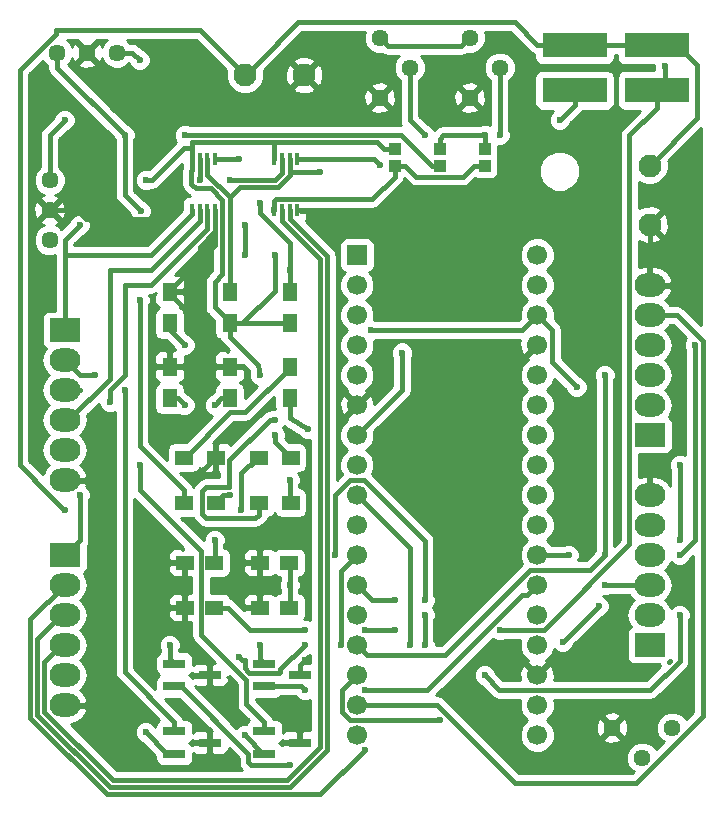
<source format=gbr>
G04 #@! TF.FileFunction,Copper,L1,Top,Signal*
%FSLAX46Y46*%
G04 Gerber Fmt 4.6, Leading zero omitted, Abs format (unit mm)*
G04 Created by KiCad (PCBNEW 4.0.7) date 05/29/18 17:36:31*
%MOMM*%
%LPD*%
G01*
G04 APERTURE LIST*
%ADD10C,0.100000*%
%ADD11C,1.700000*%
%ADD12R,1.700000X1.700000*%
%ADD13R,2.600000X2.000000*%
%ADD14O,2.600000X2.000000*%
%ADD15R,1.500000X1.250000*%
%ADD16R,1.500000X1.300000*%
%ADD17R,0.400000X1.100000*%
%ADD18C,1.950000*%
%ADD19R,5.500000X2.150000*%
%ADD20R,1.300000X1.500000*%
%ADD21C,1.440000*%
%ADD22R,1.900000X0.800000*%
%ADD23R,1.016000X1.016000*%
%ADD24C,1.450000*%
%ADD25C,0.600000*%
%ADD26C,0.400000*%
%ADD27C,0.254000*%
G04 APERTURE END LIST*
D10*
D11*
X132715000Y-107950000D03*
X132715000Y-110490000D03*
X132715000Y-113030000D03*
X132715000Y-115570000D03*
X132715000Y-118110000D03*
X132715000Y-120650000D03*
X132715000Y-123190000D03*
X132715000Y-125730000D03*
X132715000Y-128270000D03*
X132715000Y-130810000D03*
X132715000Y-133350000D03*
X132715000Y-135890000D03*
X132715000Y-138430000D03*
X132715000Y-140970000D03*
X132715000Y-143510000D03*
X132715000Y-146050000D03*
X132715000Y-148590000D03*
D12*
X117459000Y-107950000D03*
D11*
X117459000Y-110490000D03*
X117459000Y-113030000D03*
X117459000Y-115570000D03*
X117459000Y-118110000D03*
X117459000Y-120650000D03*
X117459000Y-123190000D03*
X117459000Y-125730000D03*
X117459000Y-128270000D03*
X117459000Y-130810000D03*
X117459000Y-133350000D03*
X117459000Y-135890000D03*
X117459000Y-138430000D03*
X117459000Y-140970000D03*
X117459000Y-143510000D03*
X117459000Y-146050000D03*
X117459000Y-148590000D03*
D13*
X92710000Y-114300000D03*
D14*
X92710000Y-116840000D03*
X92710000Y-119380000D03*
X92710000Y-121920000D03*
X92710000Y-124460000D03*
X92710000Y-127000000D03*
D15*
X111740000Y-133985000D03*
X109240000Y-133985000D03*
X105390000Y-133985000D03*
X102890000Y-133985000D03*
X111740000Y-137795000D03*
X109240000Y-137795000D03*
D16*
X111840000Y-125095000D03*
X109140000Y-125095000D03*
X105490000Y-125095000D03*
X102790000Y-125095000D03*
X111840000Y-128905000D03*
X109140000Y-128905000D03*
D17*
X110460000Y-104140000D03*
X111110000Y-104140000D03*
X111760000Y-104140000D03*
X112410000Y-104140000D03*
X112410000Y-99840000D03*
X111760000Y-99840000D03*
X111110000Y-99840000D03*
X110460000Y-99840000D03*
X103490000Y-104140000D03*
X104140000Y-104140000D03*
X104790000Y-104140000D03*
X105440000Y-104140000D03*
X105440000Y-99840000D03*
X104790000Y-99840000D03*
X104140000Y-99840000D03*
X103490000Y-99840000D03*
D13*
X92710000Y-133350000D03*
D14*
X92710000Y-135890000D03*
X92710000Y-138430000D03*
X92710000Y-140970000D03*
X92710000Y-143510000D03*
X92710000Y-146050000D03*
D18*
X112990000Y-92710000D03*
X107990000Y-92710000D03*
D13*
X142240000Y-123190000D03*
D14*
X142240000Y-120650000D03*
X142240000Y-118110000D03*
X142240000Y-115570000D03*
X142240000Y-113030000D03*
X142240000Y-110490000D03*
D19*
X135890000Y-90150000D03*
X135890000Y-94000000D03*
D20*
X111760000Y-113745000D03*
X111760000Y-111045000D03*
X106680000Y-113745000D03*
X106680000Y-111045000D03*
X101600000Y-113745000D03*
X101600000Y-111045000D03*
X111760000Y-120095000D03*
X111760000Y-117395000D03*
X106680000Y-120095000D03*
X106680000Y-117395000D03*
D21*
X127000000Y-94615000D03*
X129540000Y-92075000D03*
X127000000Y-89535000D03*
X119380000Y-94615000D03*
X121920000Y-92075000D03*
X119380000Y-89535000D03*
D22*
X102005000Y-142560000D03*
X102005000Y-144460000D03*
X105005000Y-143510000D03*
X109625000Y-142560000D03*
X109625000Y-144460000D03*
X112625000Y-143510000D03*
D15*
X105390000Y-137795000D03*
X102890000Y-137795000D03*
D16*
X105490000Y-128905000D03*
X102790000Y-128905000D03*
D18*
X142240000Y-105370000D03*
X142240000Y-100370000D03*
D13*
X142240000Y-140970000D03*
D14*
X142240000Y-138430000D03*
X142240000Y-135890000D03*
X142240000Y-133350000D03*
X142240000Y-130810000D03*
X142240000Y-128270000D03*
D23*
X120650000Y-100393500D03*
X120650000Y-98996500D03*
X128270000Y-100393500D03*
X128270000Y-98996500D03*
X124460000Y-100393500D03*
X124460000Y-98996500D03*
D19*
X142875000Y-90150000D03*
X142875000Y-94000000D03*
D22*
X102005000Y-148275000D03*
X102005000Y-150175000D03*
X105005000Y-149225000D03*
X109625000Y-148275000D03*
X109625000Y-150175000D03*
X112625000Y-149225000D03*
D20*
X101600000Y-120095000D03*
X101600000Y-117395000D03*
D21*
X139065000Y-147955000D03*
X141605000Y-150495000D03*
X144145000Y-147955000D03*
D24*
X91440000Y-104140000D03*
X91440000Y-101600000D03*
X91440000Y-106680000D03*
X94615000Y-90805000D03*
X97155000Y-90805000D03*
X92075000Y-90805000D03*
D25*
X111760000Y-135890000D03*
X107689998Y-129540000D03*
X92710000Y-129540000D03*
X136398000Y-97282000D03*
X101092000Y-103886000D03*
X104087000Y-108458000D03*
X139446000Y-103124000D03*
X144780000Y-102870000D03*
X104140000Y-113792000D03*
X106680000Y-146304000D03*
X109982000Y-145796000D03*
X113284000Y-131445000D03*
X113030000Y-142240000D03*
X103505000Y-127000000D03*
X110490000Y-131445000D03*
X96520000Y-149225000D03*
X135890000Y-151130000D03*
X127635000Y-146050000D03*
X96520000Y-92710000D03*
X135890000Y-121920000D03*
X99144975Y-104224975D03*
X99060000Y-111760000D03*
X97790000Y-97790000D03*
X128270000Y-97790000D03*
X118110000Y-149860000D03*
X95250000Y-118110000D03*
X97790000Y-119380000D03*
X96520000Y-120396000D03*
X99060000Y-125730000D03*
X99568000Y-101600000D03*
X109140000Y-128905000D03*
X110490000Y-121920000D03*
X109220000Y-118110000D03*
X110490000Y-107950000D03*
X118618000Y-114300000D03*
X136067475Y-119126000D03*
X115600010Y-133350000D03*
X123190000Y-137160000D03*
X128270000Y-143510000D03*
X144780000Y-138430000D03*
X144780000Y-132080000D03*
X144780000Y-125730000D03*
X138430000Y-135890000D03*
X138430000Y-133350000D03*
X138430000Y-118110000D03*
X134874000Y-140716000D03*
X137922000Y-137668000D03*
X124460000Y-147320000D03*
X144780000Y-133350000D03*
X146050000Y-115570000D03*
X109220000Y-103505000D03*
X106680000Y-101600000D03*
X104140000Y-101600000D03*
X111760000Y-109220000D03*
X114300000Y-100900000D03*
X121285000Y-116205000D03*
X113284000Y-122682000D03*
X129540000Y-97790000D03*
X123190000Y-97790000D03*
X107442000Y-141986000D03*
X99568000Y-148336000D03*
X116108997Y-140970000D03*
X113030000Y-140970000D03*
X120650000Y-137160000D03*
X123190000Y-138430000D03*
X123190000Y-140970000D03*
X107950000Y-148590000D03*
X105410000Y-132080000D03*
X92710000Y-96520000D03*
X134620000Y-96520000D03*
X129540000Y-139700000D03*
X120650000Y-139700000D03*
X118110000Y-139700000D03*
X113030000Y-139700000D03*
X143510000Y-91925002D03*
X99060000Y-91440000D03*
X110490000Y-123190000D03*
X102870000Y-115570000D03*
X111760000Y-127000000D03*
X105410000Y-120650000D03*
X106680000Y-128270000D03*
X102870000Y-120650000D03*
X93980000Y-128270000D03*
X110409998Y-104140000D03*
X93980000Y-105410000D03*
X102870000Y-97790000D03*
X101600000Y-140970000D03*
X107950000Y-107950000D03*
X107950000Y-105410000D03*
X107442000Y-99822000D03*
X121920000Y-140970000D03*
X111760000Y-151130000D03*
X109220000Y-140970000D03*
X119380000Y-100330000D03*
X118110000Y-144780000D03*
X113030000Y-144780000D03*
X135382000Y-133350000D03*
D26*
X143940000Y-142290002D02*
X143860001Y-142370001D01*
X88900000Y-125752755D02*
X88900000Y-92314998D01*
X88900000Y-92314998D02*
X92018998Y-89196000D01*
X92018998Y-89196000D02*
X92018998Y-88900000D01*
X111760000Y-135890000D02*
X111760000Y-137775000D01*
X111760000Y-137775000D02*
X111740000Y-137795000D01*
X111760000Y-135890000D02*
X111760000Y-134005000D01*
X111760000Y-134005000D02*
X111740000Y-133985000D01*
X107689998Y-129540000D02*
X107689998Y-126445002D01*
X107689998Y-126445002D02*
X109040000Y-125095000D01*
X109040000Y-125095000D02*
X109140000Y-125095000D01*
X90749999Y-127602754D02*
X91417245Y-128270000D01*
X104180000Y-88900000D02*
X92018998Y-88900000D01*
X91417245Y-128270000D02*
X92687245Y-129540000D01*
X107990000Y-92710000D02*
X104180000Y-88900000D01*
X88900000Y-125752755D02*
X91417245Y-128270000D01*
X108505000Y-125730000D02*
X109140000Y-125095000D01*
X92687245Y-129540000D02*
X92710000Y-129540000D01*
X135890000Y-90150000D02*
X132740000Y-90150000D01*
X112485001Y-88214999D02*
X108964999Y-91735001D01*
X132740000Y-90150000D02*
X130804999Y-88214999D01*
X130804999Y-88214999D02*
X112485001Y-88214999D01*
X108964999Y-91735001D02*
X107990000Y-92710000D01*
X142875000Y-90150000D02*
X135890000Y-90150000D01*
X142240000Y-100370000D02*
X146225001Y-96384999D01*
X146225001Y-96384999D02*
X146225001Y-91825001D01*
X146225001Y-91825001D02*
X144550000Y-90150000D01*
X144550000Y-90150000D02*
X142875000Y-90150000D01*
X139446000Y-103124000D02*
X139446000Y-100330000D01*
X139446000Y-100330000D02*
X136398000Y-97282000D01*
X112410000Y-104140000D02*
X138430000Y-104140000D01*
X138430000Y-104140000D02*
X139446000Y-103124000D01*
X101092000Y-103886000D02*
X100053024Y-104924976D01*
X100053024Y-104924976D02*
X94530978Y-104924976D01*
X93746002Y-104140000D02*
X92465304Y-104140000D01*
X94530978Y-104924976D02*
X93746002Y-104140000D01*
X92465304Y-104140000D02*
X91440000Y-104140000D01*
X104087000Y-108458000D02*
X101600000Y-110945000D01*
X105440000Y-104140000D02*
X105440000Y-107105000D01*
X105440000Y-107105000D02*
X104087000Y-108458000D01*
X104140000Y-113792000D02*
X104140000Y-115905000D01*
X104140000Y-115905000D02*
X105630000Y-117395000D01*
X105630000Y-117395000D02*
X106680000Y-117395000D01*
X105440000Y-104140000D02*
X105440000Y-105933540D01*
X104140000Y-107233540D02*
X104140000Y-113367736D01*
X105440000Y-105933540D02*
X104140000Y-107233540D01*
X104140000Y-113367736D02*
X104140000Y-113792000D01*
X142240000Y-105370000D02*
X142280000Y-105370000D01*
X142280000Y-105370000D02*
X144780000Y-102870000D01*
X142240000Y-110490000D02*
X142240000Y-109090000D01*
X142240000Y-109090000D02*
X142240000Y-105370000D01*
X101600000Y-110945000D02*
X101600000Y-111045000D01*
X101600000Y-111045000D02*
X101600000Y-111252000D01*
X101600000Y-111252000D02*
X104140000Y-113792000D01*
X112625000Y-149225000D02*
X112625000Y-148425000D01*
X112625000Y-148425000D02*
X109996000Y-145796000D01*
X109996000Y-145796000D02*
X109982000Y-145796000D01*
X112625000Y-143510000D02*
X112625000Y-142645000D01*
X112625000Y-142645000D02*
X113030000Y-142240000D01*
X105490000Y-125095000D02*
X105410000Y-125095000D01*
X105410000Y-125095000D02*
X103505000Y-127000000D01*
X109240000Y-133985000D02*
X109240000Y-132695000D01*
X109240000Y-132695000D02*
X110490000Y-131445000D01*
X109240000Y-137795000D02*
X109240000Y-133985000D01*
X139065000Y-147955000D02*
X135890000Y-151130000D01*
X102790000Y-125095000D02*
X102890000Y-125095000D01*
X102890000Y-125095000D02*
X106739999Y-121245001D01*
X106739999Y-121245001D02*
X108009999Y-121245001D01*
X108009999Y-121245001D02*
X111760000Y-117495000D01*
X111760000Y-117495000D02*
X111760000Y-117395000D01*
X128270000Y-97790000D02*
X124758500Y-97790000D01*
X124758500Y-97790000D02*
X124460000Y-98088500D01*
X124460000Y-98088500D02*
X124460000Y-98996500D01*
X97790000Y-102870000D02*
X97790000Y-97790000D01*
X99144975Y-104224975D02*
X97790000Y-102870000D01*
X102790000Y-128905000D02*
X102790000Y-127855000D01*
X102790000Y-127855000D02*
X99060000Y-124125000D01*
X99060000Y-124125000D02*
X99060000Y-111760000D01*
X128270000Y-97790000D02*
X128270000Y-98996500D01*
X92075000Y-92075000D02*
X97790000Y-97790000D01*
X92075000Y-90805000D02*
X92075000Y-92075000D01*
X118110000Y-149860000D02*
X114369982Y-153600018D01*
X114369982Y-153600018D02*
X96283021Y-153600018D01*
X96283021Y-153600018D02*
X89809970Y-147126967D01*
X89809970Y-147126967D02*
X89809970Y-138790030D01*
X89809970Y-138790030D02*
X92710000Y-135890000D01*
X111760000Y-104140000D02*
X111760000Y-104891458D01*
X111760000Y-104891458D02*
X114900010Y-108031468D01*
X114900010Y-108031468D02*
X114900009Y-149868535D01*
X114900009Y-149868535D02*
X111768534Y-153000010D01*
X111768534Y-153000010D02*
X96531554Y-153000009D01*
X96531554Y-153000009D02*
X90409980Y-146878435D01*
X90409980Y-146878435D02*
X90409980Y-140430020D01*
X90409980Y-140430020D02*
X92410000Y-138430000D01*
X92410000Y-138430000D02*
X92710000Y-138430000D01*
X111520002Y-152400000D02*
X96780087Y-152400000D01*
X96780087Y-152400000D02*
X91009990Y-146629903D01*
X91009990Y-146629903D02*
X91009990Y-142370010D01*
X91009990Y-142370010D02*
X92410000Y-140970000D01*
X92410000Y-140970000D02*
X92710000Y-140970000D01*
X114300000Y-108280000D02*
X114300000Y-149620002D01*
X114300000Y-149620002D02*
X111520002Y-152400000D01*
X111110000Y-104140000D02*
X111110000Y-105090000D01*
X111110000Y-105090000D02*
X114300000Y-108280000D01*
X95250000Y-118110000D02*
X93980000Y-118110000D01*
X93980000Y-118110000D02*
X92710000Y-116840000D01*
X102005000Y-148275000D02*
X102005000Y-147475000D01*
X102005000Y-147475000D02*
X97790000Y-143260000D01*
X97790000Y-143260000D02*
X97790000Y-119380000D01*
X93980000Y-119380000D02*
X92710000Y-119380000D01*
X93010000Y-119380000D02*
X92710000Y-119380000D01*
X96529975Y-119389975D02*
X96529975Y-120386025D01*
X96529975Y-120386025D02*
X96520000Y-120396000D01*
X104790000Y-105734998D02*
X100034998Y-110490000D01*
X104790000Y-104140000D02*
X104790000Y-105734998D01*
X100034998Y-110490000D02*
X97790000Y-110490000D01*
X97790000Y-118129950D02*
X96529975Y-119389975D01*
X97790000Y-110490000D02*
X97790000Y-118129950D01*
X96520000Y-109220000D02*
X96520000Y-118410000D01*
X96520000Y-118410000D02*
X93010000Y-121920000D01*
X93010000Y-121920000D02*
X92710000Y-121920000D01*
X100010000Y-109220000D02*
X96520000Y-109220000D01*
X104140000Y-104140000D02*
X104140000Y-105090000D01*
X104140000Y-105090000D02*
X100010000Y-109220000D01*
X109625000Y-148275000D02*
X109625000Y-147475000D01*
X109625000Y-147475000D02*
X108106466Y-145956466D01*
X108106466Y-145956466D02*
X108106466Y-143960010D01*
X104239999Y-140093543D02*
X104239999Y-133039999D01*
X108106466Y-143960010D02*
X104239999Y-140093543D01*
X104239999Y-133039999D02*
X99060000Y-127860000D01*
X99060000Y-127860000D02*
X99060000Y-125730000D01*
X106040001Y-105010001D02*
X106040009Y-105010009D01*
X106040009Y-105010009D02*
X106040009Y-109564989D01*
X106040009Y-109564989D02*
X105410000Y-110194998D01*
X105410000Y-110194998D02*
X105410000Y-112375000D01*
X106680000Y-113745000D02*
X106680000Y-113645000D01*
X103490000Y-100790000D02*
X103490000Y-99840000D01*
X106680000Y-113645000D02*
X105410000Y-112375000D01*
X103803999Y-102300001D02*
X103439999Y-101936001D01*
X106040001Y-105010001D02*
X106040001Y-103269999D01*
X106040001Y-103269999D02*
X105070003Y-102300001D01*
X105070003Y-102300001D02*
X103803999Y-102300001D01*
X103439999Y-101936001D02*
X103439999Y-100840001D01*
X103439999Y-100840001D02*
X103490000Y-100790000D01*
X110460000Y-99840000D02*
X110460000Y-98420010D01*
X110460000Y-98420010D02*
X110490000Y-98390010D01*
X103539990Y-98390010D02*
X110490000Y-98390010D01*
X110490000Y-98390010D02*
X119135509Y-98390010D01*
X103490000Y-98890000D02*
X103490000Y-98440000D01*
X103490000Y-98440000D02*
X103539990Y-98390010D01*
X119135509Y-98390010D02*
X119742000Y-98996500D01*
X119742000Y-98996500D02*
X120650000Y-98996500D01*
X99568000Y-101600000D02*
X100096002Y-101600000D01*
X100096002Y-101600000D02*
X102806002Y-98890000D01*
X102806002Y-98890000D02*
X103490000Y-98890000D01*
X132715000Y-113030000D02*
X133965001Y-114280001D01*
X133965001Y-114280001D02*
X133965001Y-117023526D01*
X133965001Y-117023526D02*
X136067475Y-119126000D01*
X110490000Y-121920000D02*
X110065736Y-121920000D01*
X106640001Y-127569999D02*
X104704999Y-127569999D01*
X110065736Y-121920000D02*
X106640001Y-125345735D01*
X106640001Y-125345735D02*
X106640001Y-127569999D01*
X104704999Y-127569999D02*
X104339999Y-127934999D01*
X104339999Y-127934999D02*
X104339999Y-129875001D01*
X104339999Y-129875001D02*
X104704999Y-130240001D01*
X104704999Y-130240001D02*
X108854999Y-130240001D01*
X109140000Y-129955000D02*
X109140000Y-128905000D01*
X108854999Y-130240001D02*
X109140000Y-129955000D01*
X106680000Y-113745000D02*
X106680000Y-114895000D01*
X106680000Y-114895000D02*
X109052525Y-117267525D01*
X109052525Y-117267525D02*
X109220000Y-118110000D01*
X110490000Y-107950000D02*
X110490000Y-110985000D01*
X110490000Y-110985000D02*
X107730000Y-113745000D01*
X107730000Y-113745000D02*
X106680000Y-113745000D01*
X132715000Y-113030000D02*
X131445000Y-114300000D01*
X131445000Y-114300000D02*
X118618000Y-114300000D01*
X107730000Y-113745000D02*
X111760000Y-113745000D01*
X103490000Y-98890000D02*
X103490000Y-99840000D01*
X123190000Y-137160000D02*
X123190000Y-132150998D01*
X116858999Y-127019999D02*
X115600010Y-128278988D01*
X123190000Y-132150998D02*
X118059001Y-127019999D01*
X118059001Y-127019999D02*
X116858999Y-127019999D01*
X115600010Y-128278988D02*
X115600010Y-133350000D01*
X144780000Y-138430000D02*
X144780000Y-142298544D01*
X144780000Y-142298544D02*
X142318543Y-144760001D01*
X142318543Y-144760001D02*
X129520001Y-144760001D01*
X129520001Y-144760001D02*
X128270000Y-143510000D01*
X144780000Y-125730000D02*
X144780000Y-132080000D01*
X138430000Y-133350000D02*
X137179999Y-134600001D01*
X137179999Y-134600001D02*
X132114999Y-134600001D01*
X132114999Y-134600001D02*
X124895001Y-141819999D01*
X124895001Y-141819999D02*
X118308999Y-141819999D01*
X118308999Y-141819999D02*
X117459000Y-140970000D01*
X138430000Y-135890000D02*
X142240000Y-135890000D01*
X138430000Y-118110000D02*
X138430000Y-133350000D01*
X137922000Y-137668000D02*
X134874000Y-140716000D01*
X124460000Y-147320000D02*
X116878998Y-147320000D01*
X116878998Y-147320000D02*
X116208999Y-146650001D01*
X116208999Y-146650001D02*
X116208999Y-144760001D01*
X116208999Y-144760001D02*
X116609001Y-144359999D01*
X116609001Y-144359999D02*
X117459000Y-143510000D01*
X146050000Y-115570000D02*
X146050000Y-132080000D01*
X146050000Y-132080000D02*
X144780000Y-133350000D01*
X117459000Y-146050000D02*
X124226002Y-146050000D01*
X124226002Y-146050000D02*
X130830002Y-152654000D01*
X130830002Y-152654000D02*
X141103602Y-152654000D01*
X141103602Y-152654000D02*
X146750001Y-147007601D01*
X146750001Y-147007601D02*
X146750001Y-115233999D01*
X146750001Y-115233999D02*
X144546002Y-113030000D01*
X144546002Y-113030000D02*
X143940000Y-113030000D01*
X143940000Y-113030000D02*
X142240000Y-113030000D01*
X142240000Y-113030000D02*
X142540000Y-113030000D01*
X111760000Y-109220000D02*
X111760000Y-106910002D01*
X111760000Y-106910002D02*
X109220000Y-104370002D01*
X109220000Y-104370002D02*
X109220000Y-103505000D01*
X106680000Y-101600000D02*
X110490000Y-101600000D01*
X110490000Y-101600000D02*
X111110000Y-100980000D01*
X111110000Y-100980000D02*
X111110000Y-99840000D01*
X104140000Y-99840000D02*
X104140000Y-101600000D01*
X111760000Y-109220000D02*
X111760000Y-111045000D01*
X111110000Y-99840000D02*
X111110000Y-100790000D01*
X114300000Y-100900000D02*
X111870000Y-100900000D01*
X111870000Y-100900000D02*
X111760000Y-100790000D01*
X117459000Y-123190000D02*
X121285000Y-119364000D01*
X121285000Y-119364000D02*
X121285000Y-116205000D01*
X106680000Y-103061456D02*
X107541447Y-102200009D01*
X107541447Y-102200009D02*
X110738533Y-102200009D01*
X110738533Y-102200009D02*
X111760000Y-101178542D01*
X111760000Y-101178542D02*
X111760000Y-100790000D01*
X111760000Y-100790000D02*
X111760000Y-99840000D01*
X106680000Y-111045000D02*
X106680000Y-103061456D01*
X106680000Y-103061456D02*
X104790000Y-101171456D01*
X104790000Y-101171456D02*
X104790000Y-100790000D01*
X104790000Y-100790000D02*
X104790000Y-99840000D01*
X111760000Y-120095000D02*
X111760000Y-121789999D01*
X111760000Y-121789999D02*
X113284000Y-122682000D01*
X129540000Y-92075000D02*
X129540000Y-97790000D01*
X119380000Y-89535000D02*
X120099999Y-90254999D01*
X120099999Y-90254999D02*
X126280001Y-90254999D01*
X126280001Y-90254999D02*
X127000000Y-89535000D01*
X121920000Y-92075000D02*
X121920000Y-96520000D01*
X121920000Y-96520000D02*
X123190000Y-97790000D01*
X107950000Y-142240000D02*
X107696000Y-142240000D01*
X107696000Y-142240000D02*
X107442000Y-141986000D01*
X99568000Y-148336000D02*
X101407000Y-150175000D01*
X101407000Y-150175000D02*
X102005000Y-150175000D01*
X116108997Y-140970000D02*
X116108997Y-134700003D01*
X116108997Y-134700003D02*
X117459000Y-133350000D01*
X107950000Y-142240000D02*
X107950000Y-142955002D01*
X107950000Y-142955002D02*
X108354999Y-143360001D01*
X108354999Y-143360001D02*
X110895001Y-143360001D01*
X110895001Y-143360001D02*
X110975001Y-143280001D01*
X110975001Y-143280001D02*
X110975001Y-143024999D01*
X110975001Y-143024999D02*
X113030000Y-140970000D01*
X102005000Y-150175000D02*
X102555000Y-150175000D01*
X120650000Y-137160000D02*
X118729000Y-137160000D01*
X118729000Y-137160000D02*
X117459000Y-135890000D01*
X123190000Y-140970000D02*
X123190000Y-138430000D01*
X109625000Y-150175000D02*
X109535000Y-150175000D01*
X109535000Y-150175000D02*
X107950000Y-148590000D01*
X105410000Y-132080000D02*
X105410000Y-133965000D01*
X105410000Y-133965000D02*
X105390000Y-133985000D01*
X92710000Y-96520000D02*
X91440000Y-97790000D01*
X91440000Y-97790000D02*
X91440000Y-101600000D01*
X135890000Y-94000000D02*
X135890000Y-95250000D01*
X135890000Y-95250000D02*
X134620000Y-96520000D01*
X129540000Y-139700000D02*
X133295002Y-139700000D01*
X133295002Y-139700000D02*
X140539990Y-132455012D01*
X140539990Y-97810010D02*
X142875000Y-95475000D01*
X140539990Y-132455012D02*
X140539990Y-97810010D01*
X142875000Y-95475000D02*
X142875000Y-94000000D01*
X118110000Y-139700000D02*
X120650000Y-139700000D01*
X105390000Y-137795000D02*
X106540000Y-137795000D01*
X106540000Y-137795000D02*
X108445000Y-139700000D01*
X108445000Y-139700000D02*
X113030000Y-139700000D01*
X143510000Y-91925002D02*
X143510000Y-93365000D01*
X143510000Y-93365000D02*
X142875000Y-94000000D01*
X97155000Y-90805000D02*
X98425000Y-90805000D01*
X98425000Y-90805000D02*
X99060000Y-91440000D01*
X110490000Y-123190000D02*
X110490000Y-123745000D01*
X110490000Y-123745000D02*
X111840000Y-125095000D01*
X101600000Y-113745000D02*
X101600000Y-114300000D01*
X101600000Y-114300000D02*
X102870000Y-115570000D01*
X111760000Y-127000000D02*
X111760000Y-128825000D01*
X111760000Y-128825000D02*
X111840000Y-128905000D01*
X106680000Y-120095000D02*
X105965000Y-120095000D01*
X105965000Y-120095000D02*
X105410000Y-120650000D01*
X106680000Y-128270000D02*
X106125000Y-128270000D01*
X106125000Y-128270000D02*
X105490000Y-128905000D01*
X101600000Y-120095000D02*
X102315000Y-120095000D01*
X102315000Y-120095000D02*
X102870000Y-120650000D01*
X110409998Y-104140000D02*
X110409998Y-103370000D01*
X110409998Y-103370000D02*
X110589999Y-103189999D01*
X120650000Y-101301500D02*
X120650000Y-100393500D01*
X110589999Y-103189999D02*
X118761501Y-103189999D01*
X118761501Y-103189999D02*
X120650000Y-101301500D01*
X93980000Y-128270000D02*
X93980000Y-132080000D01*
X93980000Y-132080000D02*
X92710000Y-133350000D01*
X110409998Y-104140000D02*
X110460000Y-104140000D01*
X120650000Y-100393500D02*
X121558000Y-100393500D01*
X121558000Y-100393500D02*
X122466001Y-101301501D01*
X122466001Y-101301501D02*
X126453999Y-101301501D01*
X126453999Y-101301501D02*
X127362000Y-100393500D01*
X127362000Y-100393500D02*
X128270000Y-100393500D01*
X121179502Y-97790000D02*
X102870000Y-97790000D01*
X92710000Y-106680000D02*
X92710000Y-107950000D01*
X92710000Y-107950000D02*
X92710000Y-114300000D01*
X103490000Y-104140000D02*
X103490000Y-104490000D01*
X103490000Y-104490000D02*
X100030000Y-107950000D01*
X100030000Y-107950000D02*
X92710000Y-107950000D01*
X93980000Y-105410000D02*
X92710000Y-106680000D01*
X124460000Y-100393500D02*
X123783002Y-100393500D01*
X123783002Y-100393500D02*
X121179502Y-97790000D01*
X105440000Y-99840000D02*
X107424000Y-99840000D01*
X107424000Y-99840000D02*
X107442000Y-99822000D01*
X105458000Y-99822000D02*
X105440000Y-99840000D01*
X102005000Y-142560000D02*
X101600000Y-142155000D01*
X107950000Y-105410000D02*
X107950000Y-107950000D01*
X101600000Y-140970000D02*
X101600000Y-142155000D01*
X121920000Y-140970000D02*
X121920000Y-132731000D01*
X121920000Y-132731000D02*
X117459000Y-128270000D01*
X102005000Y-144460000D02*
X102555000Y-144460000D01*
X108274999Y-150179999D02*
X108274999Y-150895001D01*
X102555000Y-144460000D02*
X108274999Y-150179999D01*
X108274999Y-150895001D02*
X108509998Y-151130000D01*
X108509998Y-151130000D02*
X111760000Y-151130000D01*
X112410000Y-99840000D02*
X118890000Y-99840000D01*
X118890000Y-99840000D02*
X119380000Y-100330000D01*
X109220000Y-140970000D02*
X109220000Y-142155000D01*
X109220000Y-142155000D02*
X109625000Y-142560000D01*
X118110000Y-144780000D02*
X123423998Y-144780000D01*
X123423998Y-144780000D02*
X131463999Y-136739999D01*
X131463999Y-136739999D02*
X131865001Y-136739999D01*
X131865001Y-136739999D02*
X132715000Y-135890000D01*
X109625000Y-144460000D02*
X112710000Y-144460000D01*
X112710000Y-144460000D02*
X113030000Y-144780000D01*
X132715000Y-133350000D02*
X135382000Y-133350000D01*
D27*
G36*
X145915001Y-146661733D02*
X145321836Y-147254898D01*
X145294383Y-147188457D01*
X144913548Y-146806957D01*
X144415709Y-146600236D01*
X143876656Y-146599765D01*
X143378457Y-146805617D01*
X142996957Y-147186452D01*
X142790236Y-147684291D01*
X142789765Y-148223344D01*
X142995617Y-148721543D01*
X143376452Y-149103043D01*
X143445161Y-149131573D01*
X142781836Y-149794898D01*
X142754383Y-149728457D01*
X142373548Y-149346957D01*
X141875709Y-149140236D01*
X141336656Y-149139765D01*
X140838457Y-149345617D01*
X140456957Y-149726452D01*
X140250236Y-150224291D01*
X140249765Y-150763344D01*
X140455617Y-151261543D01*
X140836452Y-151643043D01*
X140905161Y-151671573D01*
X140757734Y-151819000D01*
X131175870Y-151819000D01*
X124816436Y-145459566D01*
X124811744Y-145456431D01*
X124545543Y-145278561D01*
X124226002Y-145215000D01*
X124169866Y-145215000D01*
X128951225Y-140433641D01*
X129009673Y-140492192D01*
X129353201Y-140634838D01*
X129725167Y-140635162D01*
X129967578Y-140535000D01*
X131287693Y-140535000D01*
X131230258Y-140673319D01*
X131229743Y-141264089D01*
X131455344Y-141810086D01*
X131872717Y-142228188D01*
X131920312Y-142247951D01*
X131850647Y-142466042D01*
X132715000Y-143330395D01*
X133579353Y-142466042D01*
X133509819Y-142248360D01*
X133555086Y-142229656D01*
X133973188Y-141812283D01*
X134171200Y-141335418D01*
X134343673Y-141508192D01*
X134687201Y-141650838D01*
X135059167Y-141651162D01*
X135402943Y-141509117D01*
X135666192Y-141246327D01*
X135766778Y-141004090D01*
X138210333Y-138560535D01*
X138450943Y-138461117D01*
X138714192Y-138198327D01*
X138856838Y-137854799D01*
X138857162Y-137482833D01*
X138715117Y-137139057D01*
X138452327Y-136875808D01*
X138329760Y-136824913D01*
X138615167Y-136825162D01*
X138857578Y-136725000D01*
X140531406Y-136725000D01*
X140745971Y-137046120D01*
X140916405Y-137160000D01*
X140745971Y-137273880D01*
X140391548Y-137804313D01*
X140267091Y-138430000D01*
X140391548Y-139055687D01*
X140631093Y-139414192D01*
X140488559Y-139505910D01*
X140343569Y-139718110D01*
X140292560Y-139970000D01*
X140292560Y-141970000D01*
X140336838Y-142205317D01*
X140475910Y-142421441D01*
X140688110Y-142566431D01*
X140940000Y-142617440D01*
X143074220Y-142617440D01*
X143088562Y-142689541D01*
X143136456Y-142761220D01*
X141972675Y-143925001D01*
X134144144Y-143925001D01*
X134211718Y-143738721D01*
X134185315Y-143148542D01*
X134010259Y-142725920D01*
X133758958Y-142645647D01*
X132894605Y-143510000D01*
X132908748Y-143524143D01*
X132729143Y-143703748D01*
X132715000Y-143689605D01*
X132700858Y-143703748D01*
X132521253Y-143524143D01*
X132535395Y-143510000D01*
X131671042Y-142645647D01*
X131419741Y-142725920D01*
X131218282Y-143281279D01*
X131244685Y-143871458D01*
X131266863Y-143925001D01*
X129865869Y-143925001D01*
X129162535Y-143221667D01*
X129063117Y-142981057D01*
X128800327Y-142717808D01*
X128456799Y-142575162D01*
X128084833Y-142574838D01*
X127741057Y-142716883D01*
X127477808Y-142979673D01*
X127335162Y-143323201D01*
X127334838Y-143695167D01*
X127476883Y-144038943D01*
X127739673Y-144302192D01*
X127981910Y-144402778D01*
X128929567Y-145350435D01*
X129200460Y-145531440D01*
X129520001Y-145595001D01*
X131295997Y-145595001D01*
X131230258Y-145753319D01*
X131229743Y-146344089D01*
X131455344Y-146890086D01*
X131872717Y-147308188D01*
X131900557Y-147319748D01*
X131874914Y-147330344D01*
X131456812Y-147747717D01*
X131230258Y-148293319D01*
X131229743Y-148884089D01*
X131455344Y-149430086D01*
X131872717Y-149848188D01*
X132418319Y-150074742D01*
X133009089Y-150075257D01*
X133555086Y-149849656D01*
X133973188Y-149432283D01*
X134192229Y-148904774D01*
X138294831Y-148904774D01*
X138359131Y-149142611D01*
X138867342Y-149322333D01*
X139405644Y-149293892D01*
X139770869Y-149142611D01*
X139835169Y-148904774D01*
X139065000Y-148134605D01*
X138294831Y-148904774D01*
X134192229Y-148904774D01*
X134199742Y-148886681D01*
X134200257Y-148295911D01*
X133977726Y-147757342D01*
X137697667Y-147757342D01*
X137726108Y-148295644D01*
X137877389Y-148660869D01*
X138115226Y-148725169D01*
X138885395Y-147955000D01*
X139244605Y-147955000D01*
X140014774Y-148725169D01*
X140252611Y-148660869D01*
X140432333Y-148152658D01*
X140403892Y-147614356D01*
X140252611Y-147249131D01*
X140014774Y-147184831D01*
X139244605Y-147955000D01*
X138885395Y-147955000D01*
X138115226Y-147184831D01*
X137877389Y-147249131D01*
X137697667Y-147757342D01*
X133977726Y-147757342D01*
X133974656Y-147749914D01*
X133557283Y-147331812D01*
X133529443Y-147320252D01*
X133555086Y-147309656D01*
X133860047Y-147005226D01*
X138294831Y-147005226D01*
X139065000Y-147775395D01*
X139835169Y-147005226D01*
X139770869Y-146767389D01*
X139262658Y-146587667D01*
X138724356Y-146616108D01*
X138359131Y-146767389D01*
X138294831Y-147005226D01*
X133860047Y-147005226D01*
X133973188Y-146892283D01*
X134199742Y-146346681D01*
X134200257Y-145755911D01*
X134133770Y-145595001D01*
X142318543Y-145595001D01*
X142638084Y-145531440D01*
X142908977Y-145350435D01*
X145370434Y-142888978D01*
X145485424Y-142716883D01*
X145551439Y-142618085D01*
X145615000Y-142298544D01*
X145615000Y-138857234D01*
X145714838Y-138616799D01*
X145715162Y-138244833D01*
X145573117Y-137901057D01*
X145310327Y-137637808D01*
X144966799Y-137495162D01*
X144594833Y-137494838D01*
X144251057Y-137636883D01*
X144086404Y-137801249D01*
X143734029Y-137273880D01*
X143563595Y-137160000D01*
X143734029Y-137046120D01*
X144088452Y-136515687D01*
X144212909Y-135890000D01*
X144088452Y-135264313D01*
X143734029Y-134733880D01*
X143563595Y-134620000D01*
X143734029Y-134506120D01*
X144086450Y-133978684D01*
X144249673Y-134142192D01*
X144593201Y-134284838D01*
X144965167Y-134285162D01*
X145308943Y-134143117D01*
X145572192Y-133880327D01*
X145672778Y-133638090D01*
X145915001Y-133395867D01*
X145915001Y-146661733D01*
X145915001Y-146661733D01*
G37*
X145915001Y-146661733D02*
X145321836Y-147254898D01*
X145294383Y-147188457D01*
X144913548Y-146806957D01*
X144415709Y-146600236D01*
X143876656Y-146599765D01*
X143378457Y-146805617D01*
X142996957Y-147186452D01*
X142790236Y-147684291D01*
X142789765Y-148223344D01*
X142995617Y-148721543D01*
X143376452Y-149103043D01*
X143445161Y-149131573D01*
X142781836Y-149794898D01*
X142754383Y-149728457D01*
X142373548Y-149346957D01*
X141875709Y-149140236D01*
X141336656Y-149139765D01*
X140838457Y-149345617D01*
X140456957Y-149726452D01*
X140250236Y-150224291D01*
X140249765Y-150763344D01*
X140455617Y-151261543D01*
X140836452Y-151643043D01*
X140905161Y-151671573D01*
X140757734Y-151819000D01*
X131175870Y-151819000D01*
X124816436Y-145459566D01*
X124811744Y-145456431D01*
X124545543Y-145278561D01*
X124226002Y-145215000D01*
X124169866Y-145215000D01*
X128951225Y-140433641D01*
X129009673Y-140492192D01*
X129353201Y-140634838D01*
X129725167Y-140635162D01*
X129967578Y-140535000D01*
X131287693Y-140535000D01*
X131230258Y-140673319D01*
X131229743Y-141264089D01*
X131455344Y-141810086D01*
X131872717Y-142228188D01*
X131920312Y-142247951D01*
X131850647Y-142466042D01*
X132715000Y-143330395D01*
X133579353Y-142466042D01*
X133509819Y-142248360D01*
X133555086Y-142229656D01*
X133973188Y-141812283D01*
X134171200Y-141335418D01*
X134343673Y-141508192D01*
X134687201Y-141650838D01*
X135059167Y-141651162D01*
X135402943Y-141509117D01*
X135666192Y-141246327D01*
X135766778Y-141004090D01*
X138210333Y-138560535D01*
X138450943Y-138461117D01*
X138714192Y-138198327D01*
X138856838Y-137854799D01*
X138857162Y-137482833D01*
X138715117Y-137139057D01*
X138452327Y-136875808D01*
X138329760Y-136824913D01*
X138615167Y-136825162D01*
X138857578Y-136725000D01*
X140531406Y-136725000D01*
X140745971Y-137046120D01*
X140916405Y-137160000D01*
X140745971Y-137273880D01*
X140391548Y-137804313D01*
X140267091Y-138430000D01*
X140391548Y-139055687D01*
X140631093Y-139414192D01*
X140488559Y-139505910D01*
X140343569Y-139718110D01*
X140292560Y-139970000D01*
X140292560Y-141970000D01*
X140336838Y-142205317D01*
X140475910Y-142421441D01*
X140688110Y-142566431D01*
X140940000Y-142617440D01*
X143074220Y-142617440D01*
X143088562Y-142689541D01*
X143136456Y-142761220D01*
X141972675Y-143925001D01*
X134144144Y-143925001D01*
X134211718Y-143738721D01*
X134185315Y-143148542D01*
X134010259Y-142725920D01*
X133758958Y-142645647D01*
X132894605Y-143510000D01*
X132908748Y-143524143D01*
X132729143Y-143703748D01*
X132715000Y-143689605D01*
X132700858Y-143703748D01*
X132521253Y-143524143D01*
X132535395Y-143510000D01*
X131671042Y-142645647D01*
X131419741Y-142725920D01*
X131218282Y-143281279D01*
X131244685Y-143871458D01*
X131266863Y-143925001D01*
X129865869Y-143925001D01*
X129162535Y-143221667D01*
X129063117Y-142981057D01*
X128800327Y-142717808D01*
X128456799Y-142575162D01*
X128084833Y-142574838D01*
X127741057Y-142716883D01*
X127477808Y-142979673D01*
X127335162Y-143323201D01*
X127334838Y-143695167D01*
X127476883Y-144038943D01*
X127739673Y-144302192D01*
X127981910Y-144402778D01*
X128929567Y-145350435D01*
X129200460Y-145531440D01*
X129520001Y-145595001D01*
X131295997Y-145595001D01*
X131230258Y-145753319D01*
X131229743Y-146344089D01*
X131455344Y-146890086D01*
X131872717Y-147308188D01*
X131900557Y-147319748D01*
X131874914Y-147330344D01*
X131456812Y-147747717D01*
X131230258Y-148293319D01*
X131229743Y-148884089D01*
X131455344Y-149430086D01*
X131872717Y-149848188D01*
X132418319Y-150074742D01*
X133009089Y-150075257D01*
X133555086Y-149849656D01*
X133973188Y-149432283D01*
X134192229Y-148904774D01*
X138294831Y-148904774D01*
X138359131Y-149142611D01*
X138867342Y-149322333D01*
X139405644Y-149293892D01*
X139770869Y-149142611D01*
X139835169Y-148904774D01*
X139065000Y-148134605D01*
X138294831Y-148904774D01*
X134192229Y-148904774D01*
X134199742Y-148886681D01*
X134200257Y-148295911D01*
X133977726Y-147757342D01*
X137697667Y-147757342D01*
X137726108Y-148295644D01*
X137877389Y-148660869D01*
X138115226Y-148725169D01*
X138885395Y-147955000D01*
X139244605Y-147955000D01*
X140014774Y-148725169D01*
X140252611Y-148660869D01*
X140432333Y-148152658D01*
X140403892Y-147614356D01*
X140252611Y-147249131D01*
X140014774Y-147184831D01*
X139244605Y-147955000D01*
X138885395Y-147955000D01*
X138115226Y-147184831D01*
X137877389Y-147249131D01*
X137697667Y-147757342D01*
X133977726Y-147757342D01*
X133974656Y-147749914D01*
X133557283Y-147331812D01*
X133529443Y-147320252D01*
X133555086Y-147309656D01*
X133860047Y-147005226D01*
X138294831Y-147005226D01*
X139065000Y-147775395D01*
X139835169Y-147005226D01*
X139770869Y-146767389D01*
X139262658Y-146587667D01*
X138724356Y-146616108D01*
X138359131Y-146767389D01*
X138294831Y-147005226D01*
X133860047Y-147005226D01*
X133973188Y-146892283D01*
X134199742Y-146346681D01*
X134200257Y-145755911D01*
X134133770Y-145595001D01*
X142318543Y-145595001D01*
X142638084Y-145531440D01*
X142908977Y-145350435D01*
X145370434Y-142888978D01*
X145485424Y-142716883D01*
X145551439Y-142618085D01*
X145615000Y-142298544D01*
X145615000Y-138857234D01*
X145714838Y-138616799D01*
X145715162Y-138244833D01*
X145573117Y-137901057D01*
X145310327Y-137637808D01*
X144966799Y-137495162D01*
X144594833Y-137494838D01*
X144251057Y-137636883D01*
X144086404Y-137801249D01*
X143734029Y-137273880D01*
X143563595Y-137160000D01*
X143734029Y-137046120D01*
X144088452Y-136515687D01*
X144212909Y-135890000D01*
X144088452Y-135264313D01*
X143734029Y-134733880D01*
X143563595Y-134620000D01*
X143734029Y-134506120D01*
X144086450Y-133978684D01*
X144249673Y-134142192D01*
X144593201Y-134284838D01*
X144965167Y-134285162D01*
X145308943Y-134143117D01*
X145572192Y-133880327D01*
X145672778Y-133638090D01*
X145915001Y-133395867D01*
X145915001Y-146661733D01*
G36*
X95584838Y-120581167D02*
X95726883Y-120924943D01*
X95989673Y-121188192D01*
X96333201Y-121330838D01*
X96705167Y-121331162D01*
X96955000Y-121227933D01*
X96955000Y-143260000D01*
X97018561Y-143579541D01*
X97124922Y-143738721D01*
X97199566Y-143850434D01*
X100698773Y-147349641D01*
X100603559Y-147410910D01*
X100458569Y-147623110D01*
X100407560Y-147875000D01*
X100407560Y-147919458D01*
X100361117Y-147807057D01*
X100098327Y-147543808D01*
X99754799Y-147401162D01*
X99382833Y-147400838D01*
X99039057Y-147542883D01*
X98775808Y-147805673D01*
X98633162Y-148149201D01*
X98632838Y-148521167D01*
X98774883Y-148864943D01*
X99037673Y-149128192D01*
X99279910Y-149228778D01*
X100407560Y-150356428D01*
X100407560Y-150575000D01*
X100451838Y-150810317D01*
X100590910Y-151026441D01*
X100803110Y-151171431D01*
X101055000Y-151222440D01*
X102955000Y-151222440D01*
X103190317Y-151178162D01*
X103406441Y-151039090D01*
X103551431Y-150826890D01*
X103602440Y-150575000D01*
X103602440Y-150070466D01*
X103695302Y-150163327D01*
X103928691Y-150260000D01*
X104719250Y-150260000D01*
X104878000Y-150101250D01*
X104878000Y-149352000D01*
X103578750Y-149352000D01*
X103492738Y-149438012D01*
X103419090Y-149323559D01*
X103273917Y-149224367D01*
X103406441Y-149139090D01*
X103493064Y-149012314D01*
X103578750Y-149098000D01*
X104878000Y-149098000D01*
X104878000Y-148348750D01*
X104719250Y-148190000D01*
X103928691Y-148190000D01*
X103695302Y-148286673D01*
X103602440Y-148379534D01*
X103602440Y-147875000D01*
X103558162Y-147639683D01*
X103419090Y-147423559D01*
X103206890Y-147278569D01*
X102955000Y-147227560D01*
X102790781Y-147227560D01*
X102776439Y-147155459D01*
X102595434Y-146884566D01*
X101218308Y-145507440D01*
X102421572Y-145507440D01*
X105197441Y-148283309D01*
X105132000Y-148348750D01*
X105132000Y-149098000D01*
X105152000Y-149098000D01*
X105152000Y-149352000D01*
X105132000Y-149352000D01*
X105132000Y-150101250D01*
X105290750Y-150260000D01*
X106081309Y-150260000D01*
X106314698Y-150163327D01*
X106493327Y-149984699D01*
X106590000Y-149751310D01*
X106590000Y-149675868D01*
X107439999Y-150525867D01*
X107439999Y-150895001D01*
X107503560Y-151214542D01*
X107536305Y-151263548D01*
X107684565Y-151485435D01*
X107764130Y-151565000D01*
X97125955Y-151565000D01*
X93222059Y-147661104D01*
X93753020Y-147511942D01*
X94255922Y-147116317D01*
X94569144Y-146558355D01*
X94600124Y-146430434D01*
X94480777Y-146177000D01*
X92837000Y-146177000D01*
X92837000Y-146197000D01*
X92583000Y-146197000D01*
X92583000Y-146177000D01*
X92563000Y-146177000D01*
X92563000Y-145923000D01*
X92583000Y-145923000D01*
X92583000Y-145903000D01*
X92837000Y-145903000D01*
X92837000Y-145923000D01*
X94480777Y-145923000D01*
X94600124Y-145669566D01*
X94569144Y-145541645D01*
X94255922Y-144983683D01*
X94013812Y-144793219D01*
X94204029Y-144666120D01*
X94558452Y-144135687D01*
X94682909Y-143510000D01*
X94558452Y-142884313D01*
X94204029Y-142353880D01*
X94033595Y-142240000D01*
X94204029Y-142126120D01*
X94558452Y-141595687D01*
X94682909Y-140970000D01*
X94558452Y-140344313D01*
X94204029Y-139813880D01*
X94033595Y-139700000D01*
X94204029Y-139586120D01*
X94558452Y-139055687D01*
X94682909Y-138430000D01*
X94558452Y-137804313D01*
X94204029Y-137273880D01*
X94033595Y-137160000D01*
X94204029Y-137046120D01*
X94558452Y-136515687D01*
X94682909Y-135890000D01*
X94558452Y-135264313D01*
X94318907Y-134905808D01*
X94461441Y-134814090D01*
X94606431Y-134601890D01*
X94657440Y-134350000D01*
X94657440Y-132540220D01*
X94751439Y-132399541D01*
X94815000Y-132080000D01*
X94815000Y-128697234D01*
X94914838Y-128456799D01*
X94915162Y-128084833D01*
X94773117Y-127741057D01*
X94558949Y-127526515D01*
X94569144Y-127508355D01*
X94600124Y-127380434D01*
X94480777Y-127127000D01*
X92837000Y-127127000D01*
X92837000Y-127147000D01*
X92583000Y-127147000D01*
X92583000Y-127127000D01*
X92563000Y-127127000D01*
X92563000Y-126873000D01*
X92583000Y-126873000D01*
X92583000Y-126853000D01*
X92837000Y-126853000D01*
X92837000Y-126873000D01*
X94480777Y-126873000D01*
X94600124Y-126619566D01*
X94569144Y-126491645D01*
X94255922Y-125933683D01*
X94013812Y-125743219D01*
X94204029Y-125616120D01*
X94558452Y-125085687D01*
X94682909Y-124460000D01*
X94558452Y-123834313D01*
X94204029Y-123303880D01*
X94033595Y-123190000D01*
X94204029Y-123076120D01*
X94558452Y-122545687D01*
X94682909Y-121920000D01*
X94601274Y-121509594D01*
X95584886Y-120525982D01*
X95584838Y-120581167D01*
X95584838Y-120581167D01*
G37*
X95584838Y-120581167D02*
X95726883Y-120924943D01*
X95989673Y-121188192D01*
X96333201Y-121330838D01*
X96705167Y-121331162D01*
X96955000Y-121227933D01*
X96955000Y-143260000D01*
X97018561Y-143579541D01*
X97124922Y-143738721D01*
X97199566Y-143850434D01*
X100698773Y-147349641D01*
X100603559Y-147410910D01*
X100458569Y-147623110D01*
X100407560Y-147875000D01*
X100407560Y-147919458D01*
X100361117Y-147807057D01*
X100098327Y-147543808D01*
X99754799Y-147401162D01*
X99382833Y-147400838D01*
X99039057Y-147542883D01*
X98775808Y-147805673D01*
X98633162Y-148149201D01*
X98632838Y-148521167D01*
X98774883Y-148864943D01*
X99037673Y-149128192D01*
X99279910Y-149228778D01*
X100407560Y-150356428D01*
X100407560Y-150575000D01*
X100451838Y-150810317D01*
X100590910Y-151026441D01*
X100803110Y-151171431D01*
X101055000Y-151222440D01*
X102955000Y-151222440D01*
X103190317Y-151178162D01*
X103406441Y-151039090D01*
X103551431Y-150826890D01*
X103602440Y-150575000D01*
X103602440Y-150070466D01*
X103695302Y-150163327D01*
X103928691Y-150260000D01*
X104719250Y-150260000D01*
X104878000Y-150101250D01*
X104878000Y-149352000D01*
X103578750Y-149352000D01*
X103492738Y-149438012D01*
X103419090Y-149323559D01*
X103273917Y-149224367D01*
X103406441Y-149139090D01*
X103493064Y-149012314D01*
X103578750Y-149098000D01*
X104878000Y-149098000D01*
X104878000Y-148348750D01*
X104719250Y-148190000D01*
X103928691Y-148190000D01*
X103695302Y-148286673D01*
X103602440Y-148379534D01*
X103602440Y-147875000D01*
X103558162Y-147639683D01*
X103419090Y-147423559D01*
X103206890Y-147278569D01*
X102955000Y-147227560D01*
X102790781Y-147227560D01*
X102776439Y-147155459D01*
X102595434Y-146884566D01*
X101218308Y-145507440D01*
X102421572Y-145507440D01*
X105197441Y-148283309D01*
X105132000Y-148348750D01*
X105132000Y-149098000D01*
X105152000Y-149098000D01*
X105152000Y-149352000D01*
X105132000Y-149352000D01*
X105132000Y-150101250D01*
X105290750Y-150260000D01*
X106081309Y-150260000D01*
X106314698Y-150163327D01*
X106493327Y-149984699D01*
X106590000Y-149751310D01*
X106590000Y-149675868D01*
X107439999Y-150525867D01*
X107439999Y-150895001D01*
X107503560Y-151214542D01*
X107536305Y-151263548D01*
X107684565Y-151485435D01*
X107764130Y-151565000D01*
X97125955Y-151565000D01*
X93222059Y-147661104D01*
X93753020Y-147511942D01*
X94255922Y-147116317D01*
X94569144Y-146558355D01*
X94600124Y-146430434D01*
X94480777Y-146177000D01*
X92837000Y-146177000D01*
X92837000Y-146197000D01*
X92583000Y-146197000D01*
X92583000Y-146177000D01*
X92563000Y-146177000D01*
X92563000Y-145923000D01*
X92583000Y-145923000D01*
X92583000Y-145903000D01*
X92837000Y-145903000D01*
X92837000Y-145923000D01*
X94480777Y-145923000D01*
X94600124Y-145669566D01*
X94569144Y-145541645D01*
X94255922Y-144983683D01*
X94013812Y-144793219D01*
X94204029Y-144666120D01*
X94558452Y-144135687D01*
X94682909Y-143510000D01*
X94558452Y-142884313D01*
X94204029Y-142353880D01*
X94033595Y-142240000D01*
X94204029Y-142126120D01*
X94558452Y-141595687D01*
X94682909Y-140970000D01*
X94558452Y-140344313D01*
X94204029Y-139813880D01*
X94033595Y-139700000D01*
X94204029Y-139586120D01*
X94558452Y-139055687D01*
X94682909Y-138430000D01*
X94558452Y-137804313D01*
X94204029Y-137273880D01*
X94033595Y-137160000D01*
X94204029Y-137046120D01*
X94558452Y-136515687D01*
X94682909Y-135890000D01*
X94558452Y-135264313D01*
X94318907Y-134905808D01*
X94461441Y-134814090D01*
X94606431Y-134601890D01*
X94657440Y-134350000D01*
X94657440Y-132540220D01*
X94751439Y-132399541D01*
X94815000Y-132080000D01*
X94815000Y-128697234D01*
X94914838Y-128456799D01*
X94915162Y-128084833D01*
X94773117Y-127741057D01*
X94558949Y-127526515D01*
X94569144Y-127508355D01*
X94600124Y-127380434D01*
X94480777Y-127127000D01*
X92837000Y-127127000D01*
X92837000Y-127147000D01*
X92583000Y-127147000D01*
X92583000Y-127127000D01*
X92563000Y-127127000D01*
X92563000Y-126873000D01*
X92583000Y-126873000D01*
X92583000Y-126853000D01*
X92837000Y-126853000D01*
X92837000Y-126873000D01*
X94480777Y-126873000D01*
X94600124Y-126619566D01*
X94569144Y-126491645D01*
X94255922Y-125933683D01*
X94013812Y-125743219D01*
X94204029Y-125616120D01*
X94558452Y-125085687D01*
X94682909Y-124460000D01*
X94558452Y-123834313D01*
X94204029Y-123303880D01*
X94033595Y-123190000D01*
X94204029Y-123076120D01*
X94558452Y-122545687D01*
X94682909Y-121920000D01*
X94601274Y-121509594D01*
X95584886Y-120525982D01*
X95584838Y-120581167D01*
G36*
X112236883Y-145308943D02*
X112499673Y-145572192D01*
X112843201Y-145714838D01*
X113215167Y-145715162D01*
X113465000Y-145611933D01*
X113465000Y-148190000D01*
X112910750Y-148190000D01*
X112752000Y-148348750D01*
X112752000Y-149098000D01*
X112772000Y-149098000D01*
X112772000Y-149352000D01*
X112752000Y-149352000D01*
X112752000Y-149372000D01*
X112498000Y-149372000D01*
X112498000Y-149352000D01*
X111198750Y-149352000D01*
X111112738Y-149438012D01*
X111039090Y-149323559D01*
X110893917Y-149224367D01*
X111026441Y-149139090D01*
X111113064Y-149012314D01*
X111198750Y-149098000D01*
X112498000Y-149098000D01*
X112498000Y-148348750D01*
X112339250Y-148190000D01*
X111548691Y-148190000D01*
X111315302Y-148286673D01*
X111222440Y-148379534D01*
X111222440Y-147875000D01*
X111178162Y-147639683D01*
X111039090Y-147423559D01*
X110826890Y-147278569D01*
X110575000Y-147227560D01*
X110410781Y-147227560D01*
X110396439Y-147155459D01*
X110215434Y-146884566D01*
X108941466Y-145610598D01*
X108941466Y-145507440D01*
X110575000Y-145507440D01*
X110810317Y-145463162D01*
X111026441Y-145324090D01*
X111046317Y-145295000D01*
X112231122Y-145295000D01*
X112236883Y-145308943D01*
X112236883Y-145308943D01*
G37*
X112236883Y-145308943D02*
X112499673Y-145572192D01*
X112843201Y-145714838D01*
X113215167Y-145715162D01*
X113465000Y-145611933D01*
X113465000Y-148190000D01*
X112910750Y-148190000D01*
X112752000Y-148348750D01*
X112752000Y-149098000D01*
X112772000Y-149098000D01*
X112772000Y-149352000D01*
X112752000Y-149352000D01*
X112752000Y-149372000D01*
X112498000Y-149372000D01*
X112498000Y-149352000D01*
X111198750Y-149352000D01*
X111112738Y-149438012D01*
X111039090Y-149323559D01*
X110893917Y-149224367D01*
X111026441Y-149139090D01*
X111113064Y-149012314D01*
X111198750Y-149098000D01*
X112498000Y-149098000D01*
X112498000Y-148348750D01*
X112339250Y-148190000D01*
X111548691Y-148190000D01*
X111315302Y-148286673D01*
X111222440Y-148379534D01*
X111222440Y-147875000D01*
X111178162Y-147639683D01*
X111039090Y-147423559D01*
X110826890Y-147278569D01*
X110575000Y-147227560D01*
X110410781Y-147227560D01*
X110396439Y-147155459D01*
X110215434Y-146884566D01*
X108941466Y-145610598D01*
X108941466Y-145507440D01*
X110575000Y-145507440D01*
X110810317Y-145463162D01*
X111026441Y-145324090D01*
X111046317Y-145295000D01*
X112231122Y-145295000D01*
X112236883Y-145308943D01*
G36*
X102762998Y-132743866D02*
X102762998Y-132883748D01*
X102604250Y-132725000D01*
X102013691Y-132725000D01*
X101780302Y-132821673D01*
X101601673Y-133000301D01*
X101505000Y-133233690D01*
X101505000Y-133699250D01*
X101663750Y-133858000D01*
X102763000Y-133858000D01*
X102763000Y-133838000D01*
X103017000Y-133838000D01*
X103017000Y-133858000D01*
X103037000Y-133858000D01*
X103037000Y-134112000D01*
X103017000Y-134112000D01*
X103017000Y-135086250D01*
X103175750Y-135245000D01*
X103404999Y-135245000D01*
X103404999Y-136535000D01*
X103175750Y-136535000D01*
X103017000Y-136693750D01*
X103017000Y-137668000D01*
X103037000Y-137668000D01*
X103037000Y-137922000D01*
X103017000Y-137922000D01*
X103017000Y-138896250D01*
X103175750Y-139055000D01*
X103404999Y-139055000D01*
X103404999Y-140093543D01*
X103468560Y-140413084D01*
X103550022Y-140535000D01*
X103649565Y-140683977D01*
X105440588Y-142475000D01*
X105290750Y-142475000D01*
X105132000Y-142633750D01*
X105132000Y-143383000D01*
X105152000Y-143383000D01*
X105152000Y-143637000D01*
X105132000Y-143637000D01*
X105132000Y-144386250D01*
X105290750Y-144545000D01*
X106081309Y-144545000D01*
X106314698Y-144448327D01*
X106493327Y-144269699D01*
X106590000Y-144036310D01*
X106590000Y-143795750D01*
X106431252Y-143637002D01*
X106590000Y-143637002D01*
X106590000Y-143624412D01*
X107271466Y-144305878D01*
X107271466Y-145956466D01*
X107335027Y-146276007D01*
X107407746Y-146384838D01*
X107516032Y-146546900D01*
X108318773Y-147349641D01*
X108223559Y-147410910D01*
X108078569Y-147623110D01*
X108072090Y-147655106D01*
X107764833Y-147654838D01*
X107421057Y-147796883D01*
X107246752Y-147970884D01*
X103744625Y-144468757D01*
X103928691Y-144545000D01*
X104719250Y-144545000D01*
X104878000Y-144386250D01*
X104878000Y-143637000D01*
X103578750Y-143637000D01*
X103492738Y-143723012D01*
X103419090Y-143608559D01*
X103273917Y-143509367D01*
X103406441Y-143424090D01*
X103493064Y-143297314D01*
X103578750Y-143383000D01*
X104878000Y-143383000D01*
X104878000Y-142633750D01*
X104719250Y-142475000D01*
X103928691Y-142475000D01*
X103695302Y-142571673D01*
X103602440Y-142664534D01*
X103602440Y-142160000D01*
X103558162Y-141924683D01*
X103419090Y-141708559D01*
X103206890Y-141563569D01*
X102955000Y-141512560D01*
X102435000Y-141512560D01*
X102435000Y-141397234D01*
X102534838Y-141156799D01*
X102535162Y-140784833D01*
X102393117Y-140441057D01*
X102130327Y-140177808D01*
X101786799Y-140035162D01*
X101414833Y-140034838D01*
X101071057Y-140176883D01*
X100807808Y-140439673D01*
X100665162Y-140783201D01*
X100664838Y-141155167D01*
X100765000Y-141397578D01*
X100765000Y-141592026D01*
X100603559Y-141695910D01*
X100458569Y-141908110D01*
X100407560Y-142160000D01*
X100407560Y-142960000D01*
X100451838Y-143195317D01*
X100590910Y-143411441D01*
X100736083Y-143510633D01*
X100603559Y-143595910D01*
X100458569Y-143808110D01*
X100407560Y-144060000D01*
X100407560Y-144696692D01*
X98625000Y-142914132D01*
X98625000Y-138080750D01*
X101505000Y-138080750D01*
X101505000Y-138546310D01*
X101601673Y-138779699D01*
X101780302Y-138958327D01*
X102013691Y-139055000D01*
X102604250Y-139055000D01*
X102763000Y-138896250D01*
X102763000Y-137922000D01*
X101663750Y-137922000D01*
X101505000Y-138080750D01*
X98625000Y-138080750D01*
X98625000Y-137043690D01*
X101505000Y-137043690D01*
X101505000Y-137509250D01*
X101663750Y-137668000D01*
X102763000Y-137668000D01*
X102763000Y-136693750D01*
X102604250Y-136535000D01*
X102013691Y-136535000D01*
X101780302Y-136631673D01*
X101601673Y-136810301D01*
X101505000Y-137043690D01*
X98625000Y-137043690D01*
X98625000Y-134270750D01*
X101505000Y-134270750D01*
X101505000Y-134736310D01*
X101601673Y-134969699D01*
X101780302Y-135148327D01*
X102013691Y-135245000D01*
X102604250Y-135245000D01*
X102763000Y-135086250D01*
X102763000Y-134112000D01*
X101663750Y-134112000D01*
X101505000Y-134270750D01*
X98625000Y-134270750D01*
X98625000Y-128605868D01*
X102762998Y-132743866D01*
X102762998Y-132743866D01*
G37*
X102762998Y-132743866D02*
X102762998Y-132883748D01*
X102604250Y-132725000D01*
X102013691Y-132725000D01*
X101780302Y-132821673D01*
X101601673Y-133000301D01*
X101505000Y-133233690D01*
X101505000Y-133699250D01*
X101663750Y-133858000D01*
X102763000Y-133858000D01*
X102763000Y-133838000D01*
X103017000Y-133838000D01*
X103017000Y-133858000D01*
X103037000Y-133858000D01*
X103037000Y-134112000D01*
X103017000Y-134112000D01*
X103017000Y-135086250D01*
X103175750Y-135245000D01*
X103404999Y-135245000D01*
X103404999Y-136535000D01*
X103175750Y-136535000D01*
X103017000Y-136693750D01*
X103017000Y-137668000D01*
X103037000Y-137668000D01*
X103037000Y-137922000D01*
X103017000Y-137922000D01*
X103017000Y-138896250D01*
X103175750Y-139055000D01*
X103404999Y-139055000D01*
X103404999Y-140093543D01*
X103468560Y-140413084D01*
X103550022Y-140535000D01*
X103649565Y-140683977D01*
X105440588Y-142475000D01*
X105290750Y-142475000D01*
X105132000Y-142633750D01*
X105132000Y-143383000D01*
X105152000Y-143383000D01*
X105152000Y-143637000D01*
X105132000Y-143637000D01*
X105132000Y-144386250D01*
X105290750Y-144545000D01*
X106081309Y-144545000D01*
X106314698Y-144448327D01*
X106493327Y-144269699D01*
X106590000Y-144036310D01*
X106590000Y-143795750D01*
X106431252Y-143637002D01*
X106590000Y-143637002D01*
X106590000Y-143624412D01*
X107271466Y-144305878D01*
X107271466Y-145956466D01*
X107335027Y-146276007D01*
X107407746Y-146384838D01*
X107516032Y-146546900D01*
X108318773Y-147349641D01*
X108223559Y-147410910D01*
X108078569Y-147623110D01*
X108072090Y-147655106D01*
X107764833Y-147654838D01*
X107421057Y-147796883D01*
X107246752Y-147970884D01*
X103744625Y-144468757D01*
X103928691Y-144545000D01*
X104719250Y-144545000D01*
X104878000Y-144386250D01*
X104878000Y-143637000D01*
X103578750Y-143637000D01*
X103492738Y-143723012D01*
X103419090Y-143608559D01*
X103273917Y-143509367D01*
X103406441Y-143424090D01*
X103493064Y-143297314D01*
X103578750Y-143383000D01*
X104878000Y-143383000D01*
X104878000Y-142633750D01*
X104719250Y-142475000D01*
X103928691Y-142475000D01*
X103695302Y-142571673D01*
X103602440Y-142664534D01*
X103602440Y-142160000D01*
X103558162Y-141924683D01*
X103419090Y-141708559D01*
X103206890Y-141563569D01*
X102955000Y-141512560D01*
X102435000Y-141512560D01*
X102435000Y-141397234D01*
X102534838Y-141156799D01*
X102535162Y-140784833D01*
X102393117Y-140441057D01*
X102130327Y-140177808D01*
X101786799Y-140035162D01*
X101414833Y-140034838D01*
X101071057Y-140176883D01*
X100807808Y-140439673D01*
X100665162Y-140783201D01*
X100664838Y-141155167D01*
X100765000Y-141397578D01*
X100765000Y-141592026D01*
X100603559Y-141695910D01*
X100458569Y-141908110D01*
X100407560Y-142160000D01*
X100407560Y-142960000D01*
X100451838Y-143195317D01*
X100590910Y-143411441D01*
X100736083Y-143510633D01*
X100603559Y-143595910D01*
X100458569Y-143808110D01*
X100407560Y-144060000D01*
X100407560Y-144696692D01*
X98625000Y-142914132D01*
X98625000Y-138080750D01*
X101505000Y-138080750D01*
X101505000Y-138546310D01*
X101601673Y-138779699D01*
X101780302Y-138958327D01*
X102013691Y-139055000D01*
X102604250Y-139055000D01*
X102763000Y-138896250D01*
X102763000Y-137922000D01*
X101663750Y-137922000D01*
X101505000Y-138080750D01*
X98625000Y-138080750D01*
X98625000Y-137043690D01*
X101505000Y-137043690D01*
X101505000Y-137509250D01*
X101663750Y-137668000D01*
X102763000Y-137668000D01*
X102763000Y-136693750D01*
X102604250Y-136535000D01*
X102013691Y-136535000D01*
X101780302Y-136631673D01*
X101601673Y-136810301D01*
X101505000Y-137043690D01*
X98625000Y-137043690D01*
X98625000Y-134270750D01*
X101505000Y-134270750D01*
X101505000Y-134736310D01*
X101601673Y-134969699D01*
X101780302Y-135148327D01*
X102013691Y-135245000D01*
X102604250Y-135245000D01*
X102763000Y-135086250D01*
X102763000Y-134112000D01*
X101663750Y-134112000D01*
X101505000Y-134270750D01*
X98625000Y-134270750D01*
X98625000Y-128605868D01*
X102762998Y-132743866D01*
G36*
X112752000Y-143383000D02*
X112772000Y-143383000D01*
X112772000Y-143637000D01*
X112770328Y-143637000D01*
X112710000Y-143625000D01*
X112478000Y-143625000D01*
X112478000Y-143383000D01*
X112498000Y-143383000D01*
X112498000Y-143363000D01*
X112752000Y-143363000D01*
X112752000Y-143383000D01*
X112752000Y-143383000D01*
G37*
X112752000Y-143383000D02*
X112772000Y-143383000D01*
X112772000Y-143637000D01*
X112770328Y-143637000D01*
X112710000Y-143625000D01*
X112478000Y-143625000D01*
X112478000Y-143383000D01*
X112498000Y-143383000D01*
X112498000Y-143363000D01*
X112752000Y-143363000D01*
X112752000Y-143383000D01*
G36*
X113465000Y-142475000D02*
X112910750Y-142475000D01*
X112752002Y-142633748D01*
X112752002Y-142475000D01*
X112705868Y-142475000D01*
X113318333Y-141862535D01*
X113465000Y-141801933D01*
X113465000Y-142475000D01*
X113465000Y-142475000D01*
G37*
X113465000Y-142475000D02*
X112910750Y-142475000D01*
X112752002Y-142633748D01*
X112752002Y-142475000D01*
X112705868Y-142475000D01*
X113318333Y-141862535D01*
X113465000Y-141801933D01*
X113465000Y-142475000D01*
G36*
X132149566Y-90740434D02*
X132420460Y-90921440D01*
X132492560Y-90935781D01*
X132492560Y-91225000D01*
X132536838Y-91460317D01*
X132675910Y-91676441D01*
X132888110Y-91821431D01*
X133140000Y-91872440D01*
X138640000Y-91872440D01*
X138875317Y-91828162D01*
X139091441Y-91689090D01*
X139236431Y-91476890D01*
X139287440Y-91225000D01*
X139287440Y-90985000D01*
X139477560Y-90985000D01*
X139477560Y-91225000D01*
X139521838Y-91460317D01*
X139660910Y-91676441D01*
X139873110Y-91821431D01*
X140125000Y-91872440D01*
X142575045Y-91872440D01*
X142574838Y-92110169D01*
X142644002Y-92277560D01*
X140125000Y-92277560D01*
X139889683Y-92321838D01*
X139673559Y-92460910D01*
X139528569Y-92673110D01*
X139477560Y-92925000D01*
X139477560Y-95075000D01*
X139521838Y-95310317D01*
X139660910Y-95526441D01*
X139873110Y-95671431D01*
X140125000Y-95722440D01*
X141446692Y-95722440D01*
X139949556Y-97219576D01*
X139768551Y-97490469D01*
X139704990Y-97810010D01*
X139704990Y-132109144D01*
X139265000Y-132549134D01*
X139265000Y-118537234D01*
X139364838Y-118296799D01*
X139365162Y-117924833D01*
X139223117Y-117581057D01*
X138960327Y-117317808D01*
X138616799Y-117175162D01*
X138244833Y-117174838D01*
X137901057Y-117316883D01*
X137637808Y-117579673D01*
X137495162Y-117923201D01*
X137494838Y-118295167D01*
X137595000Y-118537578D01*
X137595000Y-132922766D01*
X137537222Y-133061910D01*
X136834131Y-133765001D01*
X136222080Y-133765001D01*
X136316838Y-133536799D01*
X136317162Y-133164833D01*
X136175117Y-132821057D01*
X135912327Y-132557808D01*
X135568799Y-132415162D01*
X135196833Y-132414838D01*
X134954422Y-132515000D01*
X133976757Y-132515000D01*
X133974656Y-132509914D01*
X133557283Y-132091812D01*
X133529443Y-132080252D01*
X133555086Y-132069656D01*
X133973188Y-131652283D01*
X134199742Y-131106681D01*
X134200257Y-130515911D01*
X133974656Y-129969914D01*
X133557283Y-129551812D01*
X133529443Y-129540252D01*
X133555086Y-129529656D01*
X133973188Y-129112283D01*
X134199742Y-128566681D01*
X134200257Y-127975911D01*
X133974656Y-127429914D01*
X133557283Y-127011812D01*
X133529443Y-127000252D01*
X133555086Y-126989656D01*
X133973188Y-126572283D01*
X134199742Y-126026681D01*
X134200257Y-125435911D01*
X133974656Y-124889914D01*
X133557283Y-124471812D01*
X133529443Y-124460252D01*
X133555086Y-124449656D01*
X133973188Y-124032283D01*
X134199742Y-123486681D01*
X134200257Y-122895911D01*
X133974656Y-122349914D01*
X133557283Y-121931812D01*
X133529443Y-121920252D01*
X133555086Y-121909656D01*
X133973188Y-121492283D01*
X134199742Y-120946681D01*
X134200257Y-120355911D01*
X133974656Y-119809914D01*
X133557283Y-119391812D01*
X133529443Y-119380252D01*
X133555086Y-119369656D01*
X133973188Y-118952283D01*
X134190220Y-118429613D01*
X135174940Y-119414333D01*
X135274358Y-119654943D01*
X135537148Y-119918192D01*
X135880676Y-120060838D01*
X136252642Y-120061162D01*
X136596418Y-119919117D01*
X136859667Y-119656327D01*
X137002313Y-119312799D01*
X137002637Y-118940833D01*
X136860592Y-118597057D01*
X136597802Y-118333808D01*
X136355565Y-118233222D01*
X134800001Y-116677658D01*
X134800001Y-114280001D01*
X134736440Y-113960460D01*
X134555435Y-113689567D01*
X134197632Y-113331764D01*
X134199742Y-113326681D01*
X134200257Y-112735911D01*
X133974656Y-112189914D01*
X133557283Y-111771812D01*
X133529443Y-111760252D01*
X133555086Y-111749656D01*
X133973188Y-111332283D01*
X134199742Y-110786681D01*
X134200257Y-110195911D01*
X133974656Y-109649914D01*
X133557283Y-109231812D01*
X133529443Y-109220252D01*
X133555086Y-109209656D01*
X133973188Y-108792283D01*
X134199742Y-108246681D01*
X134200257Y-107655911D01*
X133974656Y-107109914D01*
X133557283Y-106691812D01*
X133011681Y-106465258D01*
X132420911Y-106464743D01*
X131874914Y-106690344D01*
X131456812Y-107107717D01*
X131230258Y-107653319D01*
X131229743Y-108244089D01*
X131455344Y-108790086D01*
X131872717Y-109208188D01*
X131900557Y-109219748D01*
X131874914Y-109230344D01*
X131456812Y-109647717D01*
X131230258Y-110193319D01*
X131229743Y-110784089D01*
X131455344Y-111330086D01*
X131872717Y-111748188D01*
X131900557Y-111759748D01*
X131874914Y-111770344D01*
X131456812Y-112187717D01*
X131230258Y-112733319D01*
X131229743Y-113324089D01*
X131232755Y-113331377D01*
X131099132Y-113465000D01*
X119045234Y-113465000D01*
X118909680Y-113408712D01*
X118943742Y-113326681D01*
X118944257Y-112735911D01*
X118718656Y-112189914D01*
X118301283Y-111771812D01*
X118273443Y-111760252D01*
X118299086Y-111749656D01*
X118717188Y-111332283D01*
X118943742Y-110786681D01*
X118944257Y-110195911D01*
X118718656Y-109649914D01*
X118483717Y-109414565D01*
X118544317Y-109403162D01*
X118760441Y-109264090D01*
X118905431Y-109051890D01*
X118956440Y-108800000D01*
X118956440Y-107100000D01*
X118912162Y-106864683D01*
X118773090Y-106648559D01*
X118560890Y-106503569D01*
X118309000Y-106452560D01*
X116609000Y-106452560D01*
X116373683Y-106496838D01*
X116157559Y-106635910D01*
X116012569Y-106848110D01*
X115961560Y-107100000D01*
X115961560Y-108800000D01*
X116005838Y-109035317D01*
X116144910Y-109251441D01*
X116357110Y-109396431D01*
X116436443Y-109412496D01*
X116200812Y-109647717D01*
X115974258Y-110193319D01*
X115973743Y-110784089D01*
X116199344Y-111330086D01*
X116616717Y-111748188D01*
X116644557Y-111759748D01*
X116618914Y-111770344D01*
X116200812Y-112187717D01*
X115974258Y-112733319D01*
X115973743Y-113324089D01*
X116199344Y-113870086D01*
X116616717Y-114288188D01*
X116644557Y-114299748D01*
X116618914Y-114310344D01*
X116200812Y-114727717D01*
X115974258Y-115273319D01*
X115973743Y-115864089D01*
X116199344Y-116410086D01*
X116616717Y-116828188D01*
X116644557Y-116839748D01*
X116618914Y-116850344D01*
X116200812Y-117267717D01*
X115974258Y-117813319D01*
X115973743Y-118404089D01*
X116199344Y-118950086D01*
X116616717Y-119368188D01*
X116664312Y-119387951D01*
X116594647Y-119606042D01*
X117459000Y-120470395D01*
X118323353Y-119606042D01*
X118253819Y-119388360D01*
X118299086Y-119369656D01*
X118717188Y-118952283D01*
X118943742Y-118406681D01*
X118944257Y-117815911D01*
X118718656Y-117269914D01*
X118301283Y-116851812D01*
X118273443Y-116840252D01*
X118299086Y-116829656D01*
X118717188Y-116412283D01*
X118943742Y-115866681D01*
X118944257Y-115275911D01*
X118909300Y-115191309D01*
X119045578Y-115135000D01*
X131293111Y-115135000D01*
X131218282Y-115341279D01*
X131244685Y-115931458D01*
X131419741Y-116354080D01*
X131671042Y-116434353D01*
X132535395Y-115570000D01*
X132521253Y-115555858D01*
X132700858Y-115376253D01*
X132715000Y-115390395D01*
X132729143Y-115376253D01*
X132908748Y-115555858D01*
X132894605Y-115570000D01*
X132908748Y-115584143D01*
X132729143Y-115763748D01*
X132715000Y-115749605D01*
X131850647Y-116613958D01*
X131920181Y-116831640D01*
X131874914Y-116850344D01*
X131456812Y-117267717D01*
X131230258Y-117813319D01*
X131229743Y-118404089D01*
X131455344Y-118950086D01*
X131872717Y-119368188D01*
X131900557Y-119379748D01*
X131874914Y-119390344D01*
X131456812Y-119807717D01*
X131230258Y-120353319D01*
X131229743Y-120944089D01*
X131455344Y-121490086D01*
X131872717Y-121908188D01*
X131900557Y-121919748D01*
X131874914Y-121930344D01*
X131456812Y-122347717D01*
X131230258Y-122893319D01*
X131229743Y-123484089D01*
X131455344Y-124030086D01*
X131872717Y-124448188D01*
X131900557Y-124459748D01*
X131874914Y-124470344D01*
X131456812Y-124887717D01*
X131230258Y-125433319D01*
X131229743Y-126024089D01*
X131455344Y-126570086D01*
X131872717Y-126988188D01*
X131900557Y-126999748D01*
X131874914Y-127010344D01*
X131456812Y-127427717D01*
X131230258Y-127973319D01*
X131229743Y-128564089D01*
X131455344Y-129110086D01*
X131872717Y-129528188D01*
X131900557Y-129539748D01*
X131874914Y-129550344D01*
X131456812Y-129967717D01*
X131230258Y-130513319D01*
X131229743Y-131104089D01*
X131455344Y-131650086D01*
X131872717Y-132068188D01*
X131900557Y-132079748D01*
X131874914Y-132090344D01*
X131456812Y-132507717D01*
X131230258Y-133053319D01*
X131229743Y-133644089D01*
X131422803Y-134111329D01*
X124549133Y-140984999D01*
X124124988Y-140984999D01*
X124125162Y-140784833D01*
X124025000Y-140542422D01*
X124025000Y-138857234D01*
X124124838Y-138616799D01*
X124125162Y-138244833D01*
X123983117Y-137901057D01*
X123877290Y-137795046D01*
X123982192Y-137690327D01*
X124124838Y-137346799D01*
X124125162Y-136974833D01*
X124025000Y-136732422D01*
X124025000Y-132150998D01*
X123961439Y-131831457D01*
X123780434Y-131560564D01*
X118739183Y-126519313D01*
X118943742Y-126026681D01*
X118944257Y-125435911D01*
X118718656Y-124889914D01*
X118301283Y-124471812D01*
X118273443Y-124460252D01*
X118299086Y-124449656D01*
X118717188Y-124032283D01*
X118943742Y-123486681D01*
X118944257Y-122895911D01*
X118941245Y-122888623D01*
X121875434Y-119954434D01*
X121939997Y-119857808D01*
X122056439Y-119683541D01*
X122120000Y-119364000D01*
X122120000Y-116632234D01*
X122219838Y-116391799D01*
X122220162Y-116019833D01*
X122078117Y-115676057D01*
X121815327Y-115412808D01*
X121471799Y-115270162D01*
X121099833Y-115269838D01*
X120756057Y-115411883D01*
X120492808Y-115674673D01*
X120350162Y-116018201D01*
X120349838Y-116390167D01*
X120450000Y-116632578D01*
X120450000Y-119018132D01*
X118940032Y-120528100D01*
X118929315Y-120288542D01*
X118754259Y-119865920D01*
X118502958Y-119785647D01*
X117638605Y-120650000D01*
X117652748Y-120664143D01*
X117473143Y-120843748D01*
X117459000Y-120829605D01*
X116594647Y-121693958D01*
X116664181Y-121911640D01*
X116618914Y-121930344D01*
X116200812Y-122347717D01*
X115974258Y-122893319D01*
X115973743Y-123484089D01*
X116199344Y-124030086D01*
X116616717Y-124448188D01*
X116644557Y-124459748D01*
X116618914Y-124470344D01*
X116200812Y-124887717D01*
X115974258Y-125433319D01*
X115973743Y-126024089D01*
X116178497Y-126519633D01*
X115735010Y-126963120D01*
X115735010Y-120421279D01*
X115962282Y-120421279D01*
X115988685Y-121011458D01*
X116163741Y-121434080D01*
X116415042Y-121514353D01*
X117279395Y-120650000D01*
X116415042Y-119785647D01*
X116163741Y-119865920D01*
X115962282Y-120421279D01*
X115735010Y-120421279D01*
X115735010Y-108031468D01*
X115720886Y-107960460D01*
X115671450Y-107711928D01*
X115490444Y-107441034D01*
X113123718Y-105074308D01*
X113148327Y-105049698D01*
X113245000Y-104816309D01*
X113245000Y-104425750D01*
X113086250Y-104267000D01*
X112607440Y-104267000D01*
X112607440Y-104024999D01*
X118761501Y-104024999D01*
X119081042Y-103961438D01*
X119351935Y-103780433D01*
X121240434Y-101891934D01*
X121278584Y-101834838D01*
X121421439Y-101621041D01*
X121451840Y-101468208D01*
X121875567Y-101891935D01*
X122146460Y-102072940D01*
X122466001Y-102136501D01*
X126453999Y-102136501D01*
X126773540Y-102072940D01*
X127044433Y-101891935D01*
X127467530Y-101468838D01*
X127510110Y-101497931D01*
X127762000Y-101548940D01*
X128778000Y-101548940D01*
X129013317Y-101504662D01*
X129229441Y-101365590D01*
X129355156Y-101181599D01*
X132884699Y-101181599D01*
X133148281Y-101819515D01*
X133635918Y-102308004D01*
X134273373Y-102572699D01*
X134963599Y-102573301D01*
X135601515Y-102309719D01*
X136090004Y-101822082D01*
X136354699Y-101184627D01*
X136355301Y-100494401D01*
X136091719Y-99856485D01*
X135604082Y-99367996D01*
X134966627Y-99103301D01*
X134276401Y-99102699D01*
X133638485Y-99366281D01*
X133149996Y-99853918D01*
X132885301Y-100491373D01*
X132884699Y-101181599D01*
X129355156Y-101181599D01*
X129374431Y-101153390D01*
X129425440Y-100901500D01*
X129425440Y-99885500D01*
X129388279Y-99688007D01*
X129425440Y-99504500D01*
X129425440Y-98724901D01*
X129725167Y-98725162D01*
X130068943Y-98583117D01*
X130332192Y-98320327D01*
X130474838Y-97976799D01*
X130475162Y-97604833D01*
X130375000Y-97362422D01*
X130375000Y-93156045D01*
X130606448Y-92925000D01*
X132492560Y-92925000D01*
X132492560Y-95075000D01*
X132536838Y-95310317D01*
X132675910Y-95526441D01*
X132888110Y-95671431D01*
X133140000Y-95722440D01*
X134101810Y-95722440D01*
X134091057Y-95726883D01*
X133827808Y-95989673D01*
X133685162Y-96333201D01*
X133684838Y-96705167D01*
X133826883Y-97048943D01*
X134089673Y-97312192D01*
X134433201Y-97454838D01*
X134805167Y-97455162D01*
X135148943Y-97313117D01*
X135412192Y-97050327D01*
X135512778Y-96808090D01*
X136480434Y-95840434D01*
X136559275Y-95722440D01*
X138640000Y-95722440D01*
X138875317Y-95678162D01*
X139091441Y-95539090D01*
X139236431Y-95326890D01*
X139287440Y-95075000D01*
X139287440Y-92925000D01*
X139243162Y-92689683D01*
X139104090Y-92473559D01*
X138891890Y-92328569D01*
X138640000Y-92277560D01*
X133140000Y-92277560D01*
X132904683Y-92321838D01*
X132688559Y-92460910D01*
X132543569Y-92673110D01*
X132492560Y-92925000D01*
X130606448Y-92925000D01*
X130688043Y-92843548D01*
X130894764Y-92345709D01*
X130895235Y-91806656D01*
X130689383Y-91308457D01*
X130308548Y-90926957D01*
X129810709Y-90720236D01*
X129271656Y-90719765D01*
X128773457Y-90925617D01*
X128391957Y-91306452D01*
X128185236Y-91804291D01*
X128184765Y-92343344D01*
X128390617Y-92841543D01*
X128705000Y-93156475D01*
X128705000Y-96958225D01*
X128456799Y-96855162D01*
X128084833Y-96854838D01*
X127842422Y-96955000D01*
X124758500Y-96955000D01*
X124438960Y-97018560D01*
X124168066Y-97199566D01*
X124019214Y-97348418D01*
X123983117Y-97261057D01*
X123720327Y-96997808D01*
X123478090Y-96897222D01*
X122755000Y-96174132D01*
X122755000Y-95564774D01*
X126229831Y-95564774D01*
X126294131Y-95802611D01*
X126802342Y-95982333D01*
X127340644Y-95953892D01*
X127705869Y-95802611D01*
X127770169Y-95564774D01*
X127000000Y-94794605D01*
X126229831Y-95564774D01*
X122755000Y-95564774D01*
X122755000Y-94417342D01*
X125632667Y-94417342D01*
X125661108Y-94955644D01*
X125812389Y-95320869D01*
X126050226Y-95385169D01*
X126820395Y-94615000D01*
X127179605Y-94615000D01*
X127949774Y-95385169D01*
X128187611Y-95320869D01*
X128367333Y-94812658D01*
X128338892Y-94274356D01*
X128187611Y-93909131D01*
X127949774Y-93844831D01*
X127179605Y-94615000D01*
X126820395Y-94615000D01*
X126050226Y-93844831D01*
X125812389Y-93909131D01*
X125632667Y-94417342D01*
X122755000Y-94417342D01*
X122755000Y-93665226D01*
X126229831Y-93665226D01*
X127000000Y-94435395D01*
X127770169Y-93665226D01*
X127705869Y-93427389D01*
X127197658Y-93247667D01*
X126659356Y-93276108D01*
X126294131Y-93427389D01*
X126229831Y-93665226D01*
X122755000Y-93665226D01*
X122755000Y-93156045D01*
X123068043Y-92843548D01*
X123274764Y-92345709D01*
X123275235Y-91806656D01*
X123069383Y-91308457D01*
X122851306Y-91089999D01*
X126280001Y-91089999D01*
X126599542Y-91026438D01*
X126803991Y-90889829D01*
X127268344Y-90890235D01*
X127766543Y-90684383D01*
X128148043Y-90303548D01*
X128354764Y-89805709D01*
X128355235Y-89266656D01*
X128265714Y-89049999D01*
X130459131Y-89049999D01*
X132149566Y-90740434D01*
X132149566Y-90740434D01*
G37*
X132149566Y-90740434D02*
X132420460Y-90921440D01*
X132492560Y-90935781D01*
X132492560Y-91225000D01*
X132536838Y-91460317D01*
X132675910Y-91676441D01*
X132888110Y-91821431D01*
X133140000Y-91872440D01*
X138640000Y-91872440D01*
X138875317Y-91828162D01*
X139091441Y-91689090D01*
X139236431Y-91476890D01*
X139287440Y-91225000D01*
X139287440Y-90985000D01*
X139477560Y-90985000D01*
X139477560Y-91225000D01*
X139521838Y-91460317D01*
X139660910Y-91676441D01*
X139873110Y-91821431D01*
X140125000Y-91872440D01*
X142575045Y-91872440D01*
X142574838Y-92110169D01*
X142644002Y-92277560D01*
X140125000Y-92277560D01*
X139889683Y-92321838D01*
X139673559Y-92460910D01*
X139528569Y-92673110D01*
X139477560Y-92925000D01*
X139477560Y-95075000D01*
X139521838Y-95310317D01*
X139660910Y-95526441D01*
X139873110Y-95671431D01*
X140125000Y-95722440D01*
X141446692Y-95722440D01*
X139949556Y-97219576D01*
X139768551Y-97490469D01*
X139704990Y-97810010D01*
X139704990Y-132109144D01*
X139265000Y-132549134D01*
X139265000Y-118537234D01*
X139364838Y-118296799D01*
X139365162Y-117924833D01*
X139223117Y-117581057D01*
X138960327Y-117317808D01*
X138616799Y-117175162D01*
X138244833Y-117174838D01*
X137901057Y-117316883D01*
X137637808Y-117579673D01*
X137495162Y-117923201D01*
X137494838Y-118295167D01*
X137595000Y-118537578D01*
X137595000Y-132922766D01*
X137537222Y-133061910D01*
X136834131Y-133765001D01*
X136222080Y-133765001D01*
X136316838Y-133536799D01*
X136317162Y-133164833D01*
X136175117Y-132821057D01*
X135912327Y-132557808D01*
X135568799Y-132415162D01*
X135196833Y-132414838D01*
X134954422Y-132515000D01*
X133976757Y-132515000D01*
X133974656Y-132509914D01*
X133557283Y-132091812D01*
X133529443Y-132080252D01*
X133555086Y-132069656D01*
X133973188Y-131652283D01*
X134199742Y-131106681D01*
X134200257Y-130515911D01*
X133974656Y-129969914D01*
X133557283Y-129551812D01*
X133529443Y-129540252D01*
X133555086Y-129529656D01*
X133973188Y-129112283D01*
X134199742Y-128566681D01*
X134200257Y-127975911D01*
X133974656Y-127429914D01*
X133557283Y-127011812D01*
X133529443Y-127000252D01*
X133555086Y-126989656D01*
X133973188Y-126572283D01*
X134199742Y-126026681D01*
X134200257Y-125435911D01*
X133974656Y-124889914D01*
X133557283Y-124471812D01*
X133529443Y-124460252D01*
X133555086Y-124449656D01*
X133973188Y-124032283D01*
X134199742Y-123486681D01*
X134200257Y-122895911D01*
X133974656Y-122349914D01*
X133557283Y-121931812D01*
X133529443Y-121920252D01*
X133555086Y-121909656D01*
X133973188Y-121492283D01*
X134199742Y-120946681D01*
X134200257Y-120355911D01*
X133974656Y-119809914D01*
X133557283Y-119391812D01*
X133529443Y-119380252D01*
X133555086Y-119369656D01*
X133973188Y-118952283D01*
X134190220Y-118429613D01*
X135174940Y-119414333D01*
X135274358Y-119654943D01*
X135537148Y-119918192D01*
X135880676Y-120060838D01*
X136252642Y-120061162D01*
X136596418Y-119919117D01*
X136859667Y-119656327D01*
X137002313Y-119312799D01*
X137002637Y-118940833D01*
X136860592Y-118597057D01*
X136597802Y-118333808D01*
X136355565Y-118233222D01*
X134800001Y-116677658D01*
X134800001Y-114280001D01*
X134736440Y-113960460D01*
X134555435Y-113689567D01*
X134197632Y-113331764D01*
X134199742Y-113326681D01*
X134200257Y-112735911D01*
X133974656Y-112189914D01*
X133557283Y-111771812D01*
X133529443Y-111760252D01*
X133555086Y-111749656D01*
X133973188Y-111332283D01*
X134199742Y-110786681D01*
X134200257Y-110195911D01*
X133974656Y-109649914D01*
X133557283Y-109231812D01*
X133529443Y-109220252D01*
X133555086Y-109209656D01*
X133973188Y-108792283D01*
X134199742Y-108246681D01*
X134200257Y-107655911D01*
X133974656Y-107109914D01*
X133557283Y-106691812D01*
X133011681Y-106465258D01*
X132420911Y-106464743D01*
X131874914Y-106690344D01*
X131456812Y-107107717D01*
X131230258Y-107653319D01*
X131229743Y-108244089D01*
X131455344Y-108790086D01*
X131872717Y-109208188D01*
X131900557Y-109219748D01*
X131874914Y-109230344D01*
X131456812Y-109647717D01*
X131230258Y-110193319D01*
X131229743Y-110784089D01*
X131455344Y-111330086D01*
X131872717Y-111748188D01*
X131900557Y-111759748D01*
X131874914Y-111770344D01*
X131456812Y-112187717D01*
X131230258Y-112733319D01*
X131229743Y-113324089D01*
X131232755Y-113331377D01*
X131099132Y-113465000D01*
X119045234Y-113465000D01*
X118909680Y-113408712D01*
X118943742Y-113326681D01*
X118944257Y-112735911D01*
X118718656Y-112189914D01*
X118301283Y-111771812D01*
X118273443Y-111760252D01*
X118299086Y-111749656D01*
X118717188Y-111332283D01*
X118943742Y-110786681D01*
X118944257Y-110195911D01*
X118718656Y-109649914D01*
X118483717Y-109414565D01*
X118544317Y-109403162D01*
X118760441Y-109264090D01*
X118905431Y-109051890D01*
X118956440Y-108800000D01*
X118956440Y-107100000D01*
X118912162Y-106864683D01*
X118773090Y-106648559D01*
X118560890Y-106503569D01*
X118309000Y-106452560D01*
X116609000Y-106452560D01*
X116373683Y-106496838D01*
X116157559Y-106635910D01*
X116012569Y-106848110D01*
X115961560Y-107100000D01*
X115961560Y-108800000D01*
X116005838Y-109035317D01*
X116144910Y-109251441D01*
X116357110Y-109396431D01*
X116436443Y-109412496D01*
X116200812Y-109647717D01*
X115974258Y-110193319D01*
X115973743Y-110784089D01*
X116199344Y-111330086D01*
X116616717Y-111748188D01*
X116644557Y-111759748D01*
X116618914Y-111770344D01*
X116200812Y-112187717D01*
X115974258Y-112733319D01*
X115973743Y-113324089D01*
X116199344Y-113870086D01*
X116616717Y-114288188D01*
X116644557Y-114299748D01*
X116618914Y-114310344D01*
X116200812Y-114727717D01*
X115974258Y-115273319D01*
X115973743Y-115864089D01*
X116199344Y-116410086D01*
X116616717Y-116828188D01*
X116644557Y-116839748D01*
X116618914Y-116850344D01*
X116200812Y-117267717D01*
X115974258Y-117813319D01*
X115973743Y-118404089D01*
X116199344Y-118950086D01*
X116616717Y-119368188D01*
X116664312Y-119387951D01*
X116594647Y-119606042D01*
X117459000Y-120470395D01*
X118323353Y-119606042D01*
X118253819Y-119388360D01*
X118299086Y-119369656D01*
X118717188Y-118952283D01*
X118943742Y-118406681D01*
X118944257Y-117815911D01*
X118718656Y-117269914D01*
X118301283Y-116851812D01*
X118273443Y-116840252D01*
X118299086Y-116829656D01*
X118717188Y-116412283D01*
X118943742Y-115866681D01*
X118944257Y-115275911D01*
X118909300Y-115191309D01*
X119045578Y-115135000D01*
X131293111Y-115135000D01*
X131218282Y-115341279D01*
X131244685Y-115931458D01*
X131419741Y-116354080D01*
X131671042Y-116434353D01*
X132535395Y-115570000D01*
X132521253Y-115555858D01*
X132700858Y-115376253D01*
X132715000Y-115390395D01*
X132729143Y-115376253D01*
X132908748Y-115555858D01*
X132894605Y-115570000D01*
X132908748Y-115584143D01*
X132729143Y-115763748D01*
X132715000Y-115749605D01*
X131850647Y-116613958D01*
X131920181Y-116831640D01*
X131874914Y-116850344D01*
X131456812Y-117267717D01*
X131230258Y-117813319D01*
X131229743Y-118404089D01*
X131455344Y-118950086D01*
X131872717Y-119368188D01*
X131900557Y-119379748D01*
X131874914Y-119390344D01*
X131456812Y-119807717D01*
X131230258Y-120353319D01*
X131229743Y-120944089D01*
X131455344Y-121490086D01*
X131872717Y-121908188D01*
X131900557Y-121919748D01*
X131874914Y-121930344D01*
X131456812Y-122347717D01*
X131230258Y-122893319D01*
X131229743Y-123484089D01*
X131455344Y-124030086D01*
X131872717Y-124448188D01*
X131900557Y-124459748D01*
X131874914Y-124470344D01*
X131456812Y-124887717D01*
X131230258Y-125433319D01*
X131229743Y-126024089D01*
X131455344Y-126570086D01*
X131872717Y-126988188D01*
X131900557Y-126999748D01*
X131874914Y-127010344D01*
X131456812Y-127427717D01*
X131230258Y-127973319D01*
X131229743Y-128564089D01*
X131455344Y-129110086D01*
X131872717Y-129528188D01*
X131900557Y-129539748D01*
X131874914Y-129550344D01*
X131456812Y-129967717D01*
X131230258Y-130513319D01*
X131229743Y-131104089D01*
X131455344Y-131650086D01*
X131872717Y-132068188D01*
X131900557Y-132079748D01*
X131874914Y-132090344D01*
X131456812Y-132507717D01*
X131230258Y-133053319D01*
X131229743Y-133644089D01*
X131422803Y-134111329D01*
X124549133Y-140984999D01*
X124124988Y-140984999D01*
X124125162Y-140784833D01*
X124025000Y-140542422D01*
X124025000Y-138857234D01*
X124124838Y-138616799D01*
X124125162Y-138244833D01*
X123983117Y-137901057D01*
X123877290Y-137795046D01*
X123982192Y-137690327D01*
X124124838Y-137346799D01*
X124125162Y-136974833D01*
X124025000Y-136732422D01*
X124025000Y-132150998D01*
X123961439Y-131831457D01*
X123780434Y-131560564D01*
X118739183Y-126519313D01*
X118943742Y-126026681D01*
X118944257Y-125435911D01*
X118718656Y-124889914D01*
X118301283Y-124471812D01*
X118273443Y-124460252D01*
X118299086Y-124449656D01*
X118717188Y-124032283D01*
X118943742Y-123486681D01*
X118944257Y-122895911D01*
X118941245Y-122888623D01*
X121875434Y-119954434D01*
X121939997Y-119857808D01*
X122056439Y-119683541D01*
X122120000Y-119364000D01*
X122120000Y-116632234D01*
X122219838Y-116391799D01*
X122220162Y-116019833D01*
X122078117Y-115676057D01*
X121815327Y-115412808D01*
X121471799Y-115270162D01*
X121099833Y-115269838D01*
X120756057Y-115411883D01*
X120492808Y-115674673D01*
X120350162Y-116018201D01*
X120349838Y-116390167D01*
X120450000Y-116632578D01*
X120450000Y-119018132D01*
X118940032Y-120528100D01*
X118929315Y-120288542D01*
X118754259Y-119865920D01*
X118502958Y-119785647D01*
X117638605Y-120650000D01*
X117652748Y-120664143D01*
X117473143Y-120843748D01*
X117459000Y-120829605D01*
X116594647Y-121693958D01*
X116664181Y-121911640D01*
X116618914Y-121930344D01*
X116200812Y-122347717D01*
X115974258Y-122893319D01*
X115973743Y-123484089D01*
X116199344Y-124030086D01*
X116616717Y-124448188D01*
X116644557Y-124459748D01*
X116618914Y-124470344D01*
X116200812Y-124887717D01*
X115974258Y-125433319D01*
X115973743Y-126024089D01*
X116178497Y-126519633D01*
X115735010Y-126963120D01*
X115735010Y-120421279D01*
X115962282Y-120421279D01*
X115988685Y-121011458D01*
X116163741Y-121434080D01*
X116415042Y-121514353D01*
X117279395Y-120650000D01*
X116415042Y-119785647D01*
X116163741Y-119865920D01*
X115962282Y-120421279D01*
X115735010Y-120421279D01*
X115735010Y-108031468D01*
X115720886Y-107960460D01*
X115671450Y-107711928D01*
X115490444Y-107441034D01*
X113123718Y-105074308D01*
X113148327Y-105049698D01*
X113245000Y-104816309D01*
X113245000Y-104425750D01*
X113086250Y-104267000D01*
X112607440Y-104267000D01*
X112607440Y-104024999D01*
X118761501Y-104024999D01*
X119081042Y-103961438D01*
X119351935Y-103780433D01*
X121240434Y-101891934D01*
X121278584Y-101834838D01*
X121421439Y-101621041D01*
X121451840Y-101468208D01*
X121875567Y-101891935D01*
X122146460Y-102072940D01*
X122466001Y-102136501D01*
X126453999Y-102136501D01*
X126773540Y-102072940D01*
X127044433Y-101891935D01*
X127467530Y-101468838D01*
X127510110Y-101497931D01*
X127762000Y-101548940D01*
X128778000Y-101548940D01*
X129013317Y-101504662D01*
X129229441Y-101365590D01*
X129355156Y-101181599D01*
X132884699Y-101181599D01*
X133148281Y-101819515D01*
X133635918Y-102308004D01*
X134273373Y-102572699D01*
X134963599Y-102573301D01*
X135601515Y-102309719D01*
X136090004Y-101822082D01*
X136354699Y-101184627D01*
X136355301Y-100494401D01*
X136091719Y-99856485D01*
X135604082Y-99367996D01*
X134966627Y-99103301D01*
X134276401Y-99102699D01*
X133638485Y-99366281D01*
X133149996Y-99853918D01*
X132885301Y-100491373D01*
X132884699Y-101181599D01*
X129355156Y-101181599D01*
X129374431Y-101153390D01*
X129425440Y-100901500D01*
X129425440Y-99885500D01*
X129388279Y-99688007D01*
X129425440Y-99504500D01*
X129425440Y-98724901D01*
X129725167Y-98725162D01*
X130068943Y-98583117D01*
X130332192Y-98320327D01*
X130474838Y-97976799D01*
X130475162Y-97604833D01*
X130375000Y-97362422D01*
X130375000Y-93156045D01*
X130606448Y-92925000D01*
X132492560Y-92925000D01*
X132492560Y-95075000D01*
X132536838Y-95310317D01*
X132675910Y-95526441D01*
X132888110Y-95671431D01*
X133140000Y-95722440D01*
X134101810Y-95722440D01*
X134091057Y-95726883D01*
X133827808Y-95989673D01*
X133685162Y-96333201D01*
X133684838Y-96705167D01*
X133826883Y-97048943D01*
X134089673Y-97312192D01*
X134433201Y-97454838D01*
X134805167Y-97455162D01*
X135148943Y-97313117D01*
X135412192Y-97050327D01*
X135512778Y-96808090D01*
X136480434Y-95840434D01*
X136559275Y-95722440D01*
X138640000Y-95722440D01*
X138875317Y-95678162D01*
X139091441Y-95539090D01*
X139236431Y-95326890D01*
X139287440Y-95075000D01*
X139287440Y-92925000D01*
X139243162Y-92689683D01*
X139104090Y-92473559D01*
X138891890Y-92328569D01*
X138640000Y-92277560D01*
X133140000Y-92277560D01*
X132904683Y-92321838D01*
X132688559Y-92460910D01*
X132543569Y-92673110D01*
X132492560Y-92925000D01*
X130606448Y-92925000D01*
X130688043Y-92843548D01*
X130894764Y-92345709D01*
X130895235Y-91806656D01*
X130689383Y-91308457D01*
X130308548Y-90926957D01*
X129810709Y-90720236D01*
X129271656Y-90719765D01*
X128773457Y-90925617D01*
X128391957Y-91306452D01*
X128185236Y-91804291D01*
X128184765Y-92343344D01*
X128390617Y-92841543D01*
X128705000Y-93156475D01*
X128705000Y-96958225D01*
X128456799Y-96855162D01*
X128084833Y-96854838D01*
X127842422Y-96955000D01*
X124758500Y-96955000D01*
X124438960Y-97018560D01*
X124168066Y-97199566D01*
X124019214Y-97348418D01*
X123983117Y-97261057D01*
X123720327Y-96997808D01*
X123478090Y-96897222D01*
X122755000Y-96174132D01*
X122755000Y-95564774D01*
X126229831Y-95564774D01*
X126294131Y-95802611D01*
X126802342Y-95982333D01*
X127340644Y-95953892D01*
X127705869Y-95802611D01*
X127770169Y-95564774D01*
X127000000Y-94794605D01*
X126229831Y-95564774D01*
X122755000Y-95564774D01*
X122755000Y-94417342D01*
X125632667Y-94417342D01*
X125661108Y-94955644D01*
X125812389Y-95320869D01*
X126050226Y-95385169D01*
X126820395Y-94615000D01*
X127179605Y-94615000D01*
X127949774Y-95385169D01*
X128187611Y-95320869D01*
X128367333Y-94812658D01*
X128338892Y-94274356D01*
X128187611Y-93909131D01*
X127949774Y-93844831D01*
X127179605Y-94615000D01*
X126820395Y-94615000D01*
X126050226Y-93844831D01*
X125812389Y-93909131D01*
X125632667Y-94417342D01*
X122755000Y-94417342D01*
X122755000Y-93665226D01*
X126229831Y-93665226D01*
X127000000Y-94435395D01*
X127770169Y-93665226D01*
X127705869Y-93427389D01*
X127197658Y-93247667D01*
X126659356Y-93276108D01*
X126294131Y-93427389D01*
X126229831Y-93665226D01*
X122755000Y-93665226D01*
X122755000Y-93156045D01*
X123068043Y-92843548D01*
X123274764Y-92345709D01*
X123275235Y-91806656D01*
X123069383Y-91308457D01*
X122851306Y-91089999D01*
X126280001Y-91089999D01*
X126599542Y-91026438D01*
X126803991Y-90889829D01*
X127268344Y-90890235D01*
X127766543Y-90684383D01*
X128148043Y-90303548D01*
X128354764Y-89805709D01*
X128355235Y-89266656D01*
X128265714Y-89049999D01*
X130459131Y-89049999D01*
X132149566Y-90740434D01*
G36*
X111338209Y-122510636D02*
X112476907Y-123177119D01*
X112490883Y-123210943D01*
X112753673Y-123474192D01*
X113097201Y-123616838D01*
X113465000Y-123617158D01*
X113465000Y-138868225D01*
X113216799Y-138765162D01*
X113022816Y-138764993D01*
X113086431Y-138671890D01*
X113137440Y-138420000D01*
X113137440Y-137170000D01*
X113093162Y-136934683D01*
X112954090Y-136718559D01*
X112741890Y-136573569D01*
X112595000Y-136543823D01*
X112595000Y-136317234D01*
X112694838Y-136076799D01*
X112695162Y-135704833D01*
X112595000Y-135462422D01*
X112595000Y-135237683D01*
X112725317Y-135213162D01*
X112941441Y-135074090D01*
X113086431Y-134861890D01*
X113137440Y-134610000D01*
X113137440Y-133360000D01*
X113093162Y-133124683D01*
X112954090Y-132908559D01*
X112741890Y-132763569D01*
X112490000Y-132712560D01*
X110990000Y-132712560D01*
X110754683Y-132756838D01*
X110538559Y-132895910D01*
X110492031Y-132964006D01*
X110349698Y-132821673D01*
X110116309Y-132725000D01*
X109525750Y-132725000D01*
X109367000Y-132883750D01*
X109367000Y-133858000D01*
X109387000Y-133858000D01*
X109387000Y-134112000D01*
X109367000Y-134112000D01*
X109367000Y-135086250D01*
X109525750Y-135245000D01*
X110116309Y-135245000D01*
X110349698Y-135148327D01*
X110490936Y-135007090D01*
X110525910Y-135061441D01*
X110738110Y-135206431D01*
X110925000Y-135244277D01*
X110925000Y-135462766D01*
X110825162Y-135703201D01*
X110824838Y-136075167D01*
X110925000Y-136317578D01*
X110925000Y-136534791D01*
X110754683Y-136566838D01*
X110538559Y-136705910D01*
X110492031Y-136774006D01*
X110349698Y-136631673D01*
X110116309Y-136535000D01*
X109525750Y-136535000D01*
X109367000Y-136693750D01*
X109367000Y-137668000D01*
X109387000Y-137668000D01*
X109387000Y-137922000D01*
X109367000Y-137922000D01*
X109367000Y-137942000D01*
X109113000Y-137942000D01*
X109113000Y-137922000D01*
X108013750Y-137922000D01*
X107930809Y-138004941D01*
X107130434Y-137204566D01*
X107032393Y-137139057D01*
X106889667Y-137043690D01*
X107855000Y-137043690D01*
X107855000Y-137509250D01*
X108013750Y-137668000D01*
X109113000Y-137668000D01*
X109113000Y-136693750D01*
X108954250Y-136535000D01*
X108363691Y-136535000D01*
X108130302Y-136631673D01*
X107951673Y-136810301D01*
X107855000Y-137043690D01*
X106889667Y-137043690D01*
X106859541Y-137023561D01*
X106756011Y-137002967D01*
X106743162Y-136934683D01*
X106604090Y-136718559D01*
X106391890Y-136573569D01*
X106140000Y-136522560D01*
X105074999Y-136522560D01*
X105074999Y-135257440D01*
X106140000Y-135257440D01*
X106375317Y-135213162D01*
X106591441Y-135074090D01*
X106736431Y-134861890D01*
X106787440Y-134610000D01*
X106787440Y-134270750D01*
X107855000Y-134270750D01*
X107855000Y-134736310D01*
X107951673Y-134969699D01*
X108130302Y-135148327D01*
X108363691Y-135245000D01*
X108954250Y-135245000D01*
X109113000Y-135086250D01*
X109113000Y-134112000D01*
X108013750Y-134112000D01*
X107855000Y-134270750D01*
X106787440Y-134270750D01*
X106787440Y-133360000D01*
X106763674Y-133233690D01*
X107855000Y-133233690D01*
X107855000Y-133699250D01*
X108013750Y-133858000D01*
X109113000Y-133858000D01*
X109113000Y-132883750D01*
X108954250Y-132725000D01*
X108363691Y-132725000D01*
X108130302Y-132821673D01*
X107951673Y-133000301D01*
X107855000Y-133233690D01*
X106763674Y-133233690D01*
X106743162Y-133124683D01*
X106604090Y-132908559D01*
X106391890Y-132763569D01*
X106245000Y-132733823D01*
X106245000Y-132507234D01*
X106344838Y-132266799D01*
X106345162Y-131894833D01*
X106203117Y-131551057D01*
X105940327Y-131287808D01*
X105596799Y-131145162D01*
X105224833Y-131144838D01*
X104881057Y-131286883D01*
X104617808Y-131549673D01*
X104475162Y-131893201D01*
X104474987Y-132094119D01*
X102583308Y-130202440D01*
X103540000Y-130202440D01*
X103570058Y-130196784D01*
X103598935Y-130240001D01*
X103749565Y-130465435D01*
X104114565Y-130830435D01*
X104385458Y-131011440D01*
X104704999Y-131075001D01*
X108854999Y-131075001D01*
X109174540Y-131011440D01*
X109445433Y-130830435D01*
X109730434Y-130545434D01*
X109750161Y-130515911D01*
X109911439Y-130274541D01*
X109927172Y-130195446D01*
X110125317Y-130158162D01*
X110341441Y-130019090D01*
X110486431Y-129806890D01*
X110489081Y-129793803D01*
X110625910Y-130006441D01*
X110838110Y-130151431D01*
X111090000Y-130202440D01*
X112590000Y-130202440D01*
X112825317Y-130158162D01*
X113041441Y-130019090D01*
X113186431Y-129806890D01*
X113237440Y-129555000D01*
X113237440Y-128255000D01*
X113193162Y-128019683D01*
X113054090Y-127803559D01*
X112841890Y-127658569D01*
X112595000Y-127608573D01*
X112595000Y-127427234D01*
X112694838Y-127186799D01*
X112695162Y-126814833D01*
X112553117Y-126471057D01*
X112474637Y-126392440D01*
X112590000Y-126392440D01*
X112825317Y-126348162D01*
X113041441Y-126209090D01*
X113186431Y-125996890D01*
X113237440Y-125745000D01*
X113237440Y-124445000D01*
X113193162Y-124209683D01*
X113054090Y-123993559D01*
X112841890Y-123848569D01*
X112590000Y-123797560D01*
X111723428Y-123797560D01*
X111388992Y-123463124D01*
X111424838Y-123376799D01*
X111425162Y-123004833D01*
X111283117Y-122661057D01*
X111177290Y-122555046D01*
X111276576Y-122455933D01*
X111338209Y-122510636D01*
X111338209Y-122510636D01*
G37*
X111338209Y-122510636D02*
X112476907Y-123177119D01*
X112490883Y-123210943D01*
X112753673Y-123474192D01*
X113097201Y-123616838D01*
X113465000Y-123617158D01*
X113465000Y-138868225D01*
X113216799Y-138765162D01*
X113022816Y-138764993D01*
X113086431Y-138671890D01*
X113137440Y-138420000D01*
X113137440Y-137170000D01*
X113093162Y-136934683D01*
X112954090Y-136718559D01*
X112741890Y-136573569D01*
X112595000Y-136543823D01*
X112595000Y-136317234D01*
X112694838Y-136076799D01*
X112695162Y-135704833D01*
X112595000Y-135462422D01*
X112595000Y-135237683D01*
X112725317Y-135213162D01*
X112941441Y-135074090D01*
X113086431Y-134861890D01*
X113137440Y-134610000D01*
X113137440Y-133360000D01*
X113093162Y-133124683D01*
X112954090Y-132908559D01*
X112741890Y-132763569D01*
X112490000Y-132712560D01*
X110990000Y-132712560D01*
X110754683Y-132756838D01*
X110538559Y-132895910D01*
X110492031Y-132964006D01*
X110349698Y-132821673D01*
X110116309Y-132725000D01*
X109525750Y-132725000D01*
X109367000Y-132883750D01*
X109367000Y-133858000D01*
X109387000Y-133858000D01*
X109387000Y-134112000D01*
X109367000Y-134112000D01*
X109367000Y-135086250D01*
X109525750Y-135245000D01*
X110116309Y-135245000D01*
X110349698Y-135148327D01*
X110490936Y-135007090D01*
X110525910Y-135061441D01*
X110738110Y-135206431D01*
X110925000Y-135244277D01*
X110925000Y-135462766D01*
X110825162Y-135703201D01*
X110824838Y-136075167D01*
X110925000Y-136317578D01*
X110925000Y-136534791D01*
X110754683Y-136566838D01*
X110538559Y-136705910D01*
X110492031Y-136774006D01*
X110349698Y-136631673D01*
X110116309Y-136535000D01*
X109525750Y-136535000D01*
X109367000Y-136693750D01*
X109367000Y-137668000D01*
X109387000Y-137668000D01*
X109387000Y-137922000D01*
X109367000Y-137922000D01*
X109367000Y-137942000D01*
X109113000Y-137942000D01*
X109113000Y-137922000D01*
X108013750Y-137922000D01*
X107930809Y-138004941D01*
X107130434Y-137204566D01*
X107032393Y-137139057D01*
X106889667Y-137043690D01*
X107855000Y-137043690D01*
X107855000Y-137509250D01*
X108013750Y-137668000D01*
X109113000Y-137668000D01*
X109113000Y-136693750D01*
X108954250Y-136535000D01*
X108363691Y-136535000D01*
X108130302Y-136631673D01*
X107951673Y-136810301D01*
X107855000Y-137043690D01*
X106889667Y-137043690D01*
X106859541Y-137023561D01*
X106756011Y-137002967D01*
X106743162Y-136934683D01*
X106604090Y-136718559D01*
X106391890Y-136573569D01*
X106140000Y-136522560D01*
X105074999Y-136522560D01*
X105074999Y-135257440D01*
X106140000Y-135257440D01*
X106375317Y-135213162D01*
X106591441Y-135074090D01*
X106736431Y-134861890D01*
X106787440Y-134610000D01*
X106787440Y-134270750D01*
X107855000Y-134270750D01*
X107855000Y-134736310D01*
X107951673Y-134969699D01*
X108130302Y-135148327D01*
X108363691Y-135245000D01*
X108954250Y-135245000D01*
X109113000Y-135086250D01*
X109113000Y-134112000D01*
X108013750Y-134112000D01*
X107855000Y-134270750D01*
X106787440Y-134270750D01*
X106787440Y-133360000D01*
X106763674Y-133233690D01*
X107855000Y-133233690D01*
X107855000Y-133699250D01*
X108013750Y-133858000D01*
X109113000Y-133858000D01*
X109113000Y-132883750D01*
X108954250Y-132725000D01*
X108363691Y-132725000D01*
X108130302Y-132821673D01*
X107951673Y-133000301D01*
X107855000Y-133233690D01*
X106763674Y-133233690D01*
X106743162Y-133124683D01*
X106604090Y-132908559D01*
X106391890Y-132763569D01*
X106245000Y-132733823D01*
X106245000Y-132507234D01*
X106344838Y-132266799D01*
X106345162Y-131894833D01*
X106203117Y-131551057D01*
X105940327Y-131287808D01*
X105596799Y-131145162D01*
X105224833Y-131144838D01*
X104881057Y-131286883D01*
X104617808Y-131549673D01*
X104475162Y-131893201D01*
X104474987Y-132094119D01*
X102583308Y-130202440D01*
X103540000Y-130202440D01*
X103570058Y-130196784D01*
X103598935Y-130240001D01*
X103749565Y-130465435D01*
X104114565Y-130830435D01*
X104385458Y-131011440D01*
X104704999Y-131075001D01*
X108854999Y-131075001D01*
X109174540Y-131011440D01*
X109445433Y-130830435D01*
X109730434Y-130545434D01*
X109750161Y-130515911D01*
X109911439Y-130274541D01*
X109927172Y-130195446D01*
X110125317Y-130158162D01*
X110341441Y-130019090D01*
X110486431Y-129806890D01*
X110489081Y-129793803D01*
X110625910Y-130006441D01*
X110838110Y-130151431D01*
X111090000Y-130202440D01*
X112590000Y-130202440D01*
X112825317Y-130158162D01*
X113041441Y-130019090D01*
X113186431Y-129806890D01*
X113237440Y-129555000D01*
X113237440Y-128255000D01*
X113193162Y-128019683D01*
X113054090Y-127803559D01*
X112841890Y-127658569D01*
X112595000Y-127608573D01*
X112595000Y-127427234D01*
X112694838Y-127186799D01*
X112695162Y-126814833D01*
X112553117Y-126471057D01*
X112474637Y-126392440D01*
X112590000Y-126392440D01*
X112825317Y-126348162D01*
X113041441Y-126209090D01*
X113186431Y-125996890D01*
X113237440Y-125745000D01*
X113237440Y-124445000D01*
X113193162Y-124209683D01*
X113054090Y-123993559D01*
X112841890Y-123848569D01*
X112590000Y-123797560D01*
X111723428Y-123797560D01*
X111388992Y-123463124D01*
X111424838Y-123376799D01*
X111425162Y-123004833D01*
X111283117Y-122661057D01*
X111177290Y-122555046D01*
X111276576Y-122455933D01*
X111338209Y-122510636D01*
G36*
X145316359Y-114981225D02*
X145257808Y-115039673D01*
X145115162Y-115383201D01*
X145114838Y-115755167D01*
X145215000Y-115997578D01*
X145215000Y-124898225D01*
X144966799Y-124795162D01*
X144594833Y-124794838D01*
X144251057Y-124936883D01*
X143987808Y-125199673D01*
X143845162Y-125543201D01*
X143844838Y-125915167D01*
X143945000Y-126157578D01*
X143945000Y-127487059D01*
X143785922Y-127203683D01*
X143283020Y-126808058D01*
X142667000Y-126635000D01*
X142367000Y-126635000D01*
X142367000Y-128143000D01*
X142387000Y-128143000D01*
X142387000Y-128397000D01*
X142367000Y-128397000D01*
X142367000Y-128417000D01*
X142113000Y-128417000D01*
X142113000Y-128397000D01*
X142093000Y-128397000D01*
X142093000Y-128143000D01*
X142113000Y-128143000D01*
X142113000Y-126635000D01*
X141813000Y-126635000D01*
X141374990Y-126758050D01*
X141374990Y-124837440D01*
X143540000Y-124837440D01*
X143775317Y-124793162D01*
X143991441Y-124654090D01*
X144136431Y-124441890D01*
X144187440Y-124190000D01*
X144187440Y-122190000D01*
X144143162Y-121954683D01*
X144004090Y-121738559D01*
X143849671Y-121633049D01*
X144088452Y-121275687D01*
X144212909Y-120650000D01*
X144088452Y-120024313D01*
X143734029Y-119493880D01*
X143563595Y-119380000D01*
X143734029Y-119266120D01*
X144088452Y-118735687D01*
X144212909Y-118110000D01*
X144088452Y-117484313D01*
X143734029Y-116953880D01*
X143563595Y-116840000D01*
X143734029Y-116726120D01*
X144088452Y-116195687D01*
X144212909Y-115570000D01*
X144088452Y-114944313D01*
X143734029Y-114413880D01*
X143563595Y-114300000D01*
X143734029Y-114186120D01*
X143948594Y-113865000D01*
X144200134Y-113865000D01*
X145316359Y-114981225D01*
X145316359Y-114981225D01*
G37*
X145316359Y-114981225D02*
X145257808Y-115039673D01*
X145115162Y-115383201D01*
X145114838Y-115755167D01*
X145215000Y-115997578D01*
X145215000Y-124898225D01*
X144966799Y-124795162D01*
X144594833Y-124794838D01*
X144251057Y-124936883D01*
X143987808Y-125199673D01*
X143845162Y-125543201D01*
X143844838Y-125915167D01*
X143945000Y-126157578D01*
X143945000Y-127487059D01*
X143785922Y-127203683D01*
X143283020Y-126808058D01*
X142667000Y-126635000D01*
X142367000Y-126635000D01*
X142367000Y-128143000D01*
X142387000Y-128143000D01*
X142387000Y-128397000D01*
X142367000Y-128397000D01*
X142367000Y-128417000D01*
X142113000Y-128417000D01*
X142113000Y-128397000D01*
X142093000Y-128397000D01*
X142093000Y-128143000D01*
X142113000Y-128143000D01*
X142113000Y-126635000D01*
X141813000Y-126635000D01*
X141374990Y-126758050D01*
X141374990Y-124837440D01*
X143540000Y-124837440D01*
X143775317Y-124793162D01*
X143991441Y-124654090D01*
X144136431Y-124441890D01*
X144187440Y-124190000D01*
X144187440Y-122190000D01*
X144143162Y-121954683D01*
X144004090Y-121738559D01*
X143849671Y-121633049D01*
X144088452Y-121275687D01*
X144212909Y-120650000D01*
X144088452Y-120024313D01*
X143734029Y-119493880D01*
X143563595Y-119380000D01*
X143734029Y-119266120D01*
X144088452Y-118735687D01*
X144212909Y-118110000D01*
X144088452Y-117484313D01*
X143734029Y-116953880D01*
X143563595Y-116840000D01*
X143734029Y-116726120D01*
X144088452Y-116195687D01*
X144212909Y-115570000D01*
X144088452Y-114944313D01*
X143734029Y-114413880D01*
X143563595Y-114300000D01*
X143734029Y-114186120D01*
X143948594Y-113865000D01*
X144200134Y-113865000D01*
X145316359Y-114981225D01*
G36*
X110462560Y-120845000D02*
X110488903Y-120984998D01*
X110304833Y-120984838D01*
X110059345Y-121086271D01*
X109746195Y-121148561D01*
X109475302Y-121329566D01*
X106748947Y-124055921D01*
X106599698Y-123906673D01*
X106366309Y-123810000D01*
X105775750Y-123810000D01*
X105617000Y-123968750D01*
X105617000Y-124968000D01*
X105637000Y-124968000D01*
X105637000Y-125222000D01*
X105617000Y-125222000D01*
X105617000Y-126221250D01*
X105775750Y-126380000D01*
X105805001Y-126380000D01*
X105805001Y-126734999D01*
X104704999Y-126734999D01*
X104385458Y-126798560D01*
X104274051Y-126873000D01*
X104114565Y-126979565D01*
X103749565Y-127344565D01*
X103575335Y-127605318D01*
X103561440Y-127535460D01*
X103380434Y-127264566D01*
X102508308Y-126392440D01*
X103540000Y-126392440D01*
X103775317Y-126348162D01*
X103991441Y-126209090D01*
X104136431Y-125996890D01*
X104143191Y-125963510D01*
X104201673Y-126104699D01*
X104380302Y-126283327D01*
X104613691Y-126380000D01*
X105204250Y-126380000D01*
X105363000Y-126221250D01*
X105363000Y-125222000D01*
X105343000Y-125222000D01*
X105343000Y-124968000D01*
X105363000Y-124968000D01*
X105363000Y-123968750D01*
X105280059Y-123885809D01*
X107085867Y-122080001D01*
X108009999Y-122080001D01*
X108329540Y-122016440D01*
X108600433Y-121835435D01*
X110462560Y-119973308D01*
X110462560Y-120845000D01*
X110462560Y-120845000D01*
G37*
X110462560Y-120845000D02*
X110488903Y-120984998D01*
X110304833Y-120984838D01*
X110059345Y-121086271D01*
X109746195Y-121148561D01*
X109475302Y-121329566D01*
X106748947Y-124055921D01*
X106599698Y-123906673D01*
X106366309Y-123810000D01*
X105775750Y-123810000D01*
X105617000Y-123968750D01*
X105617000Y-124968000D01*
X105637000Y-124968000D01*
X105637000Y-125222000D01*
X105617000Y-125222000D01*
X105617000Y-126221250D01*
X105775750Y-126380000D01*
X105805001Y-126380000D01*
X105805001Y-126734999D01*
X104704999Y-126734999D01*
X104385458Y-126798560D01*
X104274051Y-126873000D01*
X104114565Y-126979565D01*
X103749565Y-127344565D01*
X103575335Y-127605318D01*
X103561440Y-127535460D01*
X103380434Y-127264566D01*
X102508308Y-126392440D01*
X103540000Y-126392440D01*
X103775317Y-126348162D01*
X103991441Y-126209090D01*
X104136431Y-125996890D01*
X104143191Y-125963510D01*
X104201673Y-126104699D01*
X104380302Y-126283327D01*
X104613691Y-126380000D01*
X105204250Y-126380000D01*
X105363000Y-126221250D01*
X105363000Y-125222000D01*
X105343000Y-125222000D01*
X105343000Y-124968000D01*
X105363000Y-124968000D01*
X105363000Y-123968750D01*
X105280059Y-123885809D01*
X107085867Y-122080001D01*
X108009999Y-122080001D01*
X108329540Y-122016440D01*
X108600433Y-121835435D01*
X110462560Y-119973308D01*
X110462560Y-120845000D01*
G36*
X118025236Y-89264291D02*
X118024765Y-89803344D01*
X118230617Y-90301543D01*
X118611452Y-90683043D01*
X119109291Y-90889764D01*
X119576522Y-90890172D01*
X119780458Y-91026438D01*
X120099999Y-91089999D01*
X120988788Y-91089999D01*
X120771957Y-91306452D01*
X120565236Y-91804291D01*
X120564765Y-92343344D01*
X120770617Y-92841543D01*
X121085000Y-93156475D01*
X121085000Y-96520000D01*
X121148561Y-96839541D01*
X121232791Y-96965600D01*
X121179502Y-96955000D01*
X103297234Y-96955000D01*
X103056799Y-96855162D01*
X102684833Y-96854838D01*
X102341057Y-96996883D01*
X102077808Y-97259673D01*
X101935162Y-97603201D01*
X101934838Y-97975167D01*
X102076883Y-98318943D01*
X102136485Y-98378649D01*
X99822048Y-100693086D01*
X99754799Y-100665162D01*
X99382833Y-100664838D01*
X99039057Y-100806883D01*
X98775808Y-101069673D01*
X98633162Y-101413201D01*
X98632838Y-101785167D01*
X98774883Y-102128943D01*
X99037673Y-102392192D01*
X99381201Y-102534838D01*
X99753167Y-102535162D01*
X99995578Y-102435000D01*
X100096002Y-102435000D01*
X100415543Y-102371439D01*
X100686436Y-102190434D01*
X102642560Y-100234310D01*
X102642560Y-100390000D01*
X102655000Y-100456113D01*
X102655000Y-100588630D01*
X102604999Y-100840001D01*
X102604999Y-101936001D01*
X102668560Y-102255542D01*
X102788470Y-102435000D01*
X102849565Y-102526435D01*
X103213565Y-102890435D01*
X103291575Y-102942560D01*
X103290000Y-102942560D01*
X103054683Y-102986838D01*
X102838559Y-103125910D01*
X102693569Y-103338110D01*
X102642560Y-103590000D01*
X102642560Y-104156572D01*
X99684132Y-107115000D01*
X93545000Y-107115000D01*
X93545000Y-107025868D01*
X94268333Y-106302535D01*
X94508943Y-106203117D01*
X94772192Y-105940327D01*
X94914838Y-105596799D01*
X94915162Y-105224833D01*
X94773117Y-104881057D01*
X94510327Y-104617808D01*
X94166799Y-104475162D01*
X93794833Y-104474838D01*
X93451057Y-104616883D01*
X93187808Y-104879673D01*
X93087222Y-105121910D01*
X92446193Y-105762939D01*
X92211384Y-105527720D01*
X91943908Y-105416654D01*
X92148878Y-105331753D01*
X92213793Y-105093398D01*
X91440000Y-104319605D01*
X90666207Y-105093398D01*
X90731122Y-105331753D01*
X90952217Y-105410025D01*
X90670628Y-105526376D01*
X90287720Y-105908616D01*
X90080237Y-106408292D01*
X90079764Y-106949334D01*
X90286376Y-107449372D01*
X90668616Y-107832280D01*
X91168292Y-108039763D01*
X91709334Y-108040236D01*
X91875000Y-107971784D01*
X91875000Y-112652560D01*
X91410000Y-112652560D01*
X91174683Y-112696838D01*
X90958559Y-112835910D01*
X90813569Y-113048110D01*
X90762560Y-113300000D01*
X90762560Y-115300000D01*
X90806838Y-115535317D01*
X90945910Y-115751441D01*
X91100329Y-115856951D01*
X90861548Y-116214313D01*
X90737091Y-116840000D01*
X90861548Y-117465687D01*
X91215971Y-117996120D01*
X91386405Y-118110000D01*
X91215971Y-118223880D01*
X90861548Y-118754313D01*
X90737091Y-119380000D01*
X90861548Y-120005687D01*
X91215971Y-120536120D01*
X91386405Y-120650000D01*
X91215971Y-120763880D01*
X90861548Y-121294313D01*
X90737091Y-121920000D01*
X90861548Y-122545687D01*
X91215971Y-123076120D01*
X91386405Y-123190000D01*
X91215971Y-123303880D01*
X90861548Y-123834313D01*
X90737091Y-124460000D01*
X90861548Y-125085687D01*
X91215971Y-125616120D01*
X91406188Y-125743219D01*
X91164078Y-125933683D01*
X90850856Y-126491645D01*
X90844793Y-126516680D01*
X89735000Y-125406887D01*
X89735000Y-103941146D01*
X90067688Y-103941146D01*
X90096051Y-104481444D01*
X90248247Y-104848878D01*
X90486602Y-104913793D01*
X91260395Y-104140000D01*
X91619605Y-104140000D01*
X92393398Y-104913793D01*
X92631753Y-104848878D01*
X92812312Y-104338854D01*
X92783949Y-103798556D01*
X92631753Y-103431122D01*
X92393398Y-103366207D01*
X91619605Y-104140000D01*
X91260395Y-104140000D01*
X90486602Y-103366207D01*
X90248247Y-103431122D01*
X90067688Y-103941146D01*
X89735000Y-103941146D01*
X89735000Y-101869334D01*
X90079764Y-101869334D01*
X90286376Y-102369372D01*
X90668616Y-102752280D01*
X90936092Y-102863346D01*
X90731122Y-102948247D01*
X90666207Y-103186602D01*
X91440000Y-103960395D01*
X92213793Y-103186602D01*
X92148878Y-102948247D01*
X91927783Y-102869975D01*
X92209372Y-102753624D01*
X92592280Y-102371384D01*
X92799763Y-101871708D01*
X92800236Y-101330666D01*
X92593624Y-100830628D01*
X92275000Y-100511447D01*
X92275000Y-98135868D01*
X92998333Y-97412535D01*
X93238943Y-97313117D01*
X93502192Y-97050327D01*
X93644838Y-96706799D01*
X93645162Y-96334833D01*
X93503117Y-95991057D01*
X93240327Y-95727808D01*
X92896799Y-95585162D01*
X92524833Y-95584838D01*
X92181057Y-95726883D01*
X91917808Y-95989673D01*
X91817222Y-96231910D01*
X90849566Y-97199566D01*
X90668561Y-97470459D01*
X90605000Y-97790000D01*
X90605000Y-100511890D01*
X90287720Y-100828616D01*
X90080237Y-101328292D01*
X90079764Y-101869334D01*
X89735000Y-101869334D01*
X89735000Y-92660866D01*
X90892172Y-91503694D01*
X90921376Y-91574372D01*
X91240000Y-91893553D01*
X91240000Y-92075000D01*
X91303561Y-92394541D01*
X91378330Y-92506440D01*
X91484566Y-92665434D01*
X96897466Y-98078335D01*
X96955000Y-98217578D01*
X96955000Y-102870000D01*
X97018561Y-103189541D01*
X97139140Y-103370000D01*
X97199566Y-103460434D01*
X98252440Y-104513308D01*
X98351858Y-104753918D01*
X98614648Y-105017167D01*
X98958176Y-105159813D01*
X99330142Y-105160137D01*
X99673918Y-105018092D01*
X99937167Y-104755302D01*
X100079813Y-104411774D01*
X100080137Y-104039808D01*
X99938092Y-103696032D01*
X99675302Y-103432783D01*
X99433065Y-103332197D01*
X98625000Y-102524132D01*
X98625000Y-98217234D01*
X98724838Y-97976799D01*
X98725162Y-97604833D01*
X98583117Y-97261057D01*
X98320327Y-96997808D01*
X98078091Y-96897223D01*
X96745642Y-95564774D01*
X118609831Y-95564774D01*
X118674131Y-95802611D01*
X119182342Y-95982333D01*
X119720644Y-95953892D01*
X120085869Y-95802611D01*
X120150169Y-95564774D01*
X119380000Y-94794605D01*
X118609831Y-95564774D01*
X96745642Y-95564774D01*
X95598210Y-94417342D01*
X118012667Y-94417342D01*
X118041108Y-94955644D01*
X118192389Y-95320869D01*
X118430226Y-95385169D01*
X119200395Y-94615000D01*
X119559605Y-94615000D01*
X120329774Y-95385169D01*
X120567611Y-95320869D01*
X120747333Y-94812658D01*
X120718892Y-94274356D01*
X120567611Y-93909131D01*
X120329774Y-93844831D01*
X119559605Y-94615000D01*
X119200395Y-94615000D01*
X118430226Y-93844831D01*
X118192389Y-93909131D01*
X118012667Y-94417342D01*
X95598210Y-94417342D01*
X92992061Y-91811193D01*
X93044948Y-91758398D01*
X93841207Y-91758398D01*
X93906122Y-91996753D01*
X94416146Y-92177312D01*
X94956444Y-92148949D01*
X95323878Y-91996753D01*
X95388793Y-91758398D01*
X94615000Y-90984605D01*
X93841207Y-91758398D01*
X93044948Y-91758398D01*
X93227280Y-91576384D01*
X93338346Y-91308908D01*
X93423247Y-91513878D01*
X93661602Y-91578793D01*
X94435395Y-90805000D01*
X93661602Y-90031207D01*
X93423247Y-90096122D01*
X93344975Y-90317217D01*
X93228624Y-90035628D01*
X92928520Y-89735000D01*
X93872963Y-89735000D01*
X93841207Y-89851602D01*
X94615000Y-90625395D01*
X95388793Y-89851602D01*
X95357037Y-89735000D01*
X96301858Y-89735000D01*
X96002720Y-90033616D01*
X95891654Y-90301092D01*
X95806753Y-90096122D01*
X95568398Y-90031207D01*
X94794605Y-90805000D01*
X95568398Y-91578793D01*
X95806753Y-91513878D01*
X95885025Y-91292783D01*
X96001376Y-91574372D01*
X96383616Y-91957280D01*
X96883292Y-92164763D01*
X97424334Y-92165236D01*
X97924372Y-91958624D01*
X98161271Y-91722139D01*
X98167465Y-91728333D01*
X98266883Y-91968943D01*
X98529673Y-92232192D01*
X98873201Y-92374838D01*
X99245167Y-92375162D01*
X99588943Y-92233117D01*
X99852192Y-91970327D01*
X99994838Y-91626799D01*
X99995162Y-91254833D01*
X99853117Y-90911057D01*
X99590327Y-90647808D01*
X99348090Y-90547222D01*
X99015434Y-90214566D01*
X98918804Y-90150000D01*
X98744541Y-90033561D01*
X98425000Y-89970000D01*
X98243110Y-89970000D01*
X98008520Y-89735000D01*
X103834132Y-89735000D01*
X106411732Y-92312600D01*
X106380280Y-92388346D01*
X106379721Y-93028844D01*
X106624312Y-93620800D01*
X107076817Y-94074096D01*
X107668346Y-94319720D01*
X108308844Y-94320279D01*
X108900800Y-94075688D01*
X109132450Y-93844442D01*
X112035163Y-93844442D01*
X112130763Y-94108704D01*
X112731429Y-94331049D01*
X113371461Y-94306605D01*
X113849237Y-94108704D01*
X113944837Y-93844442D01*
X113765621Y-93665226D01*
X118609831Y-93665226D01*
X119380000Y-94435395D01*
X120150169Y-93665226D01*
X120085869Y-93427389D01*
X119577658Y-93247667D01*
X119039356Y-93276108D01*
X118674131Y-93427389D01*
X118609831Y-93665226D01*
X113765621Y-93665226D01*
X112990000Y-92889605D01*
X112035163Y-93844442D01*
X109132450Y-93844442D01*
X109354096Y-93623183D01*
X109599720Y-93031654D01*
X109600226Y-92451429D01*
X111368951Y-92451429D01*
X111393395Y-93091461D01*
X111591296Y-93569237D01*
X111855558Y-93664837D01*
X112810395Y-92710000D01*
X113169605Y-92710000D01*
X114124442Y-93664837D01*
X114388704Y-93569237D01*
X114611049Y-92968571D01*
X114586605Y-92328539D01*
X114388704Y-91850763D01*
X114124442Y-91755163D01*
X113169605Y-92710000D01*
X112810395Y-92710000D01*
X111855558Y-91755163D01*
X111591296Y-91850763D01*
X111368951Y-92451429D01*
X109600226Y-92451429D01*
X109600279Y-92391156D01*
X109567951Y-92312917D01*
X110305310Y-91575558D01*
X112035163Y-91575558D01*
X112990000Y-92530395D01*
X113944837Y-91575558D01*
X113849237Y-91311296D01*
X113248571Y-91088951D01*
X112608539Y-91113395D01*
X112130763Y-91311296D01*
X112035163Y-91575558D01*
X110305310Y-91575558D01*
X112830869Y-89049999D01*
X118114218Y-89049999D01*
X118025236Y-89264291D01*
X118025236Y-89264291D01*
G37*
X118025236Y-89264291D02*
X118024765Y-89803344D01*
X118230617Y-90301543D01*
X118611452Y-90683043D01*
X119109291Y-90889764D01*
X119576522Y-90890172D01*
X119780458Y-91026438D01*
X120099999Y-91089999D01*
X120988788Y-91089999D01*
X120771957Y-91306452D01*
X120565236Y-91804291D01*
X120564765Y-92343344D01*
X120770617Y-92841543D01*
X121085000Y-93156475D01*
X121085000Y-96520000D01*
X121148561Y-96839541D01*
X121232791Y-96965600D01*
X121179502Y-96955000D01*
X103297234Y-96955000D01*
X103056799Y-96855162D01*
X102684833Y-96854838D01*
X102341057Y-96996883D01*
X102077808Y-97259673D01*
X101935162Y-97603201D01*
X101934838Y-97975167D01*
X102076883Y-98318943D01*
X102136485Y-98378649D01*
X99822048Y-100693086D01*
X99754799Y-100665162D01*
X99382833Y-100664838D01*
X99039057Y-100806883D01*
X98775808Y-101069673D01*
X98633162Y-101413201D01*
X98632838Y-101785167D01*
X98774883Y-102128943D01*
X99037673Y-102392192D01*
X99381201Y-102534838D01*
X99753167Y-102535162D01*
X99995578Y-102435000D01*
X100096002Y-102435000D01*
X100415543Y-102371439D01*
X100686436Y-102190434D01*
X102642560Y-100234310D01*
X102642560Y-100390000D01*
X102655000Y-100456113D01*
X102655000Y-100588630D01*
X102604999Y-100840001D01*
X102604999Y-101936001D01*
X102668560Y-102255542D01*
X102788470Y-102435000D01*
X102849565Y-102526435D01*
X103213565Y-102890435D01*
X103291575Y-102942560D01*
X103290000Y-102942560D01*
X103054683Y-102986838D01*
X102838559Y-103125910D01*
X102693569Y-103338110D01*
X102642560Y-103590000D01*
X102642560Y-104156572D01*
X99684132Y-107115000D01*
X93545000Y-107115000D01*
X93545000Y-107025868D01*
X94268333Y-106302535D01*
X94508943Y-106203117D01*
X94772192Y-105940327D01*
X94914838Y-105596799D01*
X94915162Y-105224833D01*
X94773117Y-104881057D01*
X94510327Y-104617808D01*
X94166799Y-104475162D01*
X93794833Y-104474838D01*
X93451057Y-104616883D01*
X93187808Y-104879673D01*
X93087222Y-105121910D01*
X92446193Y-105762939D01*
X92211384Y-105527720D01*
X91943908Y-105416654D01*
X92148878Y-105331753D01*
X92213793Y-105093398D01*
X91440000Y-104319605D01*
X90666207Y-105093398D01*
X90731122Y-105331753D01*
X90952217Y-105410025D01*
X90670628Y-105526376D01*
X90287720Y-105908616D01*
X90080237Y-106408292D01*
X90079764Y-106949334D01*
X90286376Y-107449372D01*
X90668616Y-107832280D01*
X91168292Y-108039763D01*
X91709334Y-108040236D01*
X91875000Y-107971784D01*
X91875000Y-112652560D01*
X91410000Y-112652560D01*
X91174683Y-112696838D01*
X90958559Y-112835910D01*
X90813569Y-113048110D01*
X90762560Y-113300000D01*
X90762560Y-115300000D01*
X90806838Y-115535317D01*
X90945910Y-115751441D01*
X91100329Y-115856951D01*
X90861548Y-116214313D01*
X90737091Y-116840000D01*
X90861548Y-117465687D01*
X91215971Y-117996120D01*
X91386405Y-118110000D01*
X91215971Y-118223880D01*
X90861548Y-118754313D01*
X90737091Y-119380000D01*
X90861548Y-120005687D01*
X91215971Y-120536120D01*
X91386405Y-120650000D01*
X91215971Y-120763880D01*
X90861548Y-121294313D01*
X90737091Y-121920000D01*
X90861548Y-122545687D01*
X91215971Y-123076120D01*
X91386405Y-123190000D01*
X91215971Y-123303880D01*
X90861548Y-123834313D01*
X90737091Y-124460000D01*
X90861548Y-125085687D01*
X91215971Y-125616120D01*
X91406188Y-125743219D01*
X91164078Y-125933683D01*
X90850856Y-126491645D01*
X90844793Y-126516680D01*
X89735000Y-125406887D01*
X89735000Y-103941146D01*
X90067688Y-103941146D01*
X90096051Y-104481444D01*
X90248247Y-104848878D01*
X90486602Y-104913793D01*
X91260395Y-104140000D01*
X91619605Y-104140000D01*
X92393398Y-104913793D01*
X92631753Y-104848878D01*
X92812312Y-104338854D01*
X92783949Y-103798556D01*
X92631753Y-103431122D01*
X92393398Y-103366207D01*
X91619605Y-104140000D01*
X91260395Y-104140000D01*
X90486602Y-103366207D01*
X90248247Y-103431122D01*
X90067688Y-103941146D01*
X89735000Y-103941146D01*
X89735000Y-101869334D01*
X90079764Y-101869334D01*
X90286376Y-102369372D01*
X90668616Y-102752280D01*
X90936092Y-102863346D01*
X90731122Y-102948247D01*
X90666207Y-103186602D01*
X91440000Y-103960395D01*
X92213793Y-103186602D01*
X92148878Y-102948247D01*
X91927783Y-102869975D01*
X92209372Y-102753624D01*
X92592280Y-102371384D01*
X92799763Y-101871708D01*
X92800236Y-101330666D01*
X92593624Y-100830628D01*
X92275000Y-100511447D01*
X92275000Y-98135868D01*
X92998333Y-97412535D01*
X93238943Y-97313117D01*
X93502192Y-97050327D01*
X93644838Y-96706799D01*
X93645162Y-96334833D01*
X93503117Y-95991057D01*
X93240327Y-95727808D01*
X92896799Y-95585162D01*
X92524833Y-95584838D01*
X92181057Y-95726883D01*
X91917808Y-95989673D01*
X91817222Y-96231910D01*
X90849566Y-97199566D01*
X90668561Y-97470459D01*
X90605000Y-97790000D01*
X90605000Y-100511890D01*
X90287720Y-100828616D01*
X90080237Y-101328292D01*
X90079764Y-101869334D01*
X89735000Y-101869334D01*
X89735000Y-92660866D01*
X90892172Y-91503694D01*
X90921376Y-91574372D01*
X91240000Y-91893553D01*
X91240000Y-92075000D01*
X91303561Y-92394541D01*
X91378330Y-92506440D01*
X91484566Y-92665434D01*
X96897466Y-98078335D01*
X96955000Y-98217578D01*
X96955000Y-102870000D01*
X97018561Y-103189541D01*
X97139140Y-103370000D01*
X97199566Y-103460434D01*
X98252440Y-104513308D01*
X98351858Y-104753918D01*
X98614648Y-105017167D01*
X98958176Y-105159813D01*
X99330142Y-105160137D01*
X99673918Y-105018092D01*
X99937167Y-104755302D01*
X100079813Y-104411774D01*
X100080137Y-104039808D01*
X99938092Y-103696032D01*
X99675302Y-103432783D01*
X99433065Y-103332197D01*
X98625000Y-102524132D01*
X98625000Y-98217234D01*
X98724838Y-97976799D01*
X98725162Y-97604833D01*
X98583117Y-97261057D01*
X98320327Y-96997808D01*
X98078091Y-96897223D01*
X96745642Y-95564774D01*
X118609831Y-95564774D01*
X118674131Y-95802611D01*
X119182342Y-95982333D01*
X119720644Y-95953892D01*
X120085869Y-95802611D01*
X120150169Y-95564774D01*
X119380000Y-94794605D01*
X118609831Y-95564774D01*
X96745642Y-95564774D01*
X95598210Y-94417342D01*
X118012667Y-94417342D01*
X118041108Y-94955644D01*
X118192389Y-95320869D01*
X118430226Y-95385169D01*
X119200395Y-94615000D01*
X119559605Y-94615000D01*
X120329774Y-95385169D01*
X120567611Y-95320869D01*
X120747333Y-94812658D01*
X120718892Y-94274356D01*
X120567611Y-93909131D01*
X120329774Y-93844831D01*
X119559605Y-94615000D01*
X119200395Y-94615000D01*
X118430226Y-93844831D01*
X118192389Y-93909131D01*
X118012667Y-94417342D01*
X95598210Y-94417342D01*
X92992061Y-91811193D01*
X93044948Y-91758398D01*
X93841207Y-91758398D01*
X93906122Y-91996753D01*
X94416146Y-92177312D01*
X94956444Y-92148949D01*
X95323878Y-91996753D01*
X95388793Y-91758398D01*
X94615000Y-90984605D01*
X93841207Y-91758398D01*
X93044948Y-91758398D01*
X93227280Y-91576384D01*
X93338346Y-91308908D01*
X93423247Y-91513878D01*
X93661602Y-91578793D01*
X94435395Y-90805000D01*
X93661602Y-90031207D01*
X93423247Y-90096122D01*
X93344975Y-90317217D01*
X93228624Y-90035628D01*
X92928520Y-89735000D01*
X93872963Y-89735000D01*
X93841207Y-89851602D01*
X94615000Y-90625395D01*
X95388793Y-89851602D01*
X95357037Y-89735000D01*
X96301858Y-89735000D01*
X96002720Y-90033616D01*
X95891654Y-90301092D01*
X95806753Y-90096122D01*
X95568398Y-90031207D01*
X94794605Y-90805000D01*
X95568398Y-91578793D01*
X95806753Y-91513878D01*
X95885025Y-91292783D01*
X96001376Y-91574372D01*
X96383616Y-91957280D01*
X96883292Y-92164763D01*
X97424334Y-92165236D01*
X97924372Y-91958624D01*
X98161271Y-91722139D01*
X98167465Y-91728333D01*
X98266883Y-91968943D01*
X98529673Y-92232192D01*
X98873201Y-92374838D01*
X99245167Y-92375162D01*
X99588943Y-92233117D01*
X99852192Y-91970327D01*
X99994838Y-91626799D01*
X99995162Y-91254833D01*
X99853117Y-90911057D01*
X99590327Y-90647808D01*
X99348090Y-90547222D01*
X99015434Y-90214566D01*
X98918804Y-90150000D01*
X98744541Y-90033561D01*
X98425000Y-89970000D01*
X98243110Y-89970000D01*
X98008520Y-89735000D01*
X103834132Y-89735000D01*
X106411732Y-92312600D01*
X106380280Y-92388346D01*
X106379721Y-93028844D01*
X106624312Y-93620800D01*
X107076817Y-94074096D01*
X107668346Y-94319720D01*
X108308844Y-94320279D01*
X108900800Y-94075688D01*
X109132450Y-93844442D01*
X112035163Y-93844442D01*
X112130763Y-94108704D01*
X112731429Y-94331049D01*
X113371461Y-94306605D01*
X113849237Y-94108704D01*
X113944837Y-93844442D01*
X113765621Y-93665226D01*
X118609831Y-93665226D01*
X119380000Y-94435395D01*
X120150169Y-93665226D01*
X120085869Y-93427389D01*
X119577658Y-93247667D01*
X119039356Y-93276108D01*
X118674131Y-93427389D01*
X118609831Y-93665226D01*
X113765621Y-93665226D01*
X112990000Y-92889605D01*
X112035163Y-93844442D01*
X109132450Y-93844442D01*
X109354096Y-93623183D01*
X109599720Y-93031654D01*
X109600226Y-92451429D01*
X111368951Y-92451429D01*
X111393395Y-93091461D01*
X111591296Y-93569237D01*
X111855558Y-93664837D01*
X112810395Y-92710000D01*
X113169605Y-92710000D01*
X114124442Y-93664837D01*
X114388704Y-93569237D01*
X114611049Y-92968571D01*
X114586605Y-92328539D01*
X114388704Y-91850763D01*
X114124442Y-91755163D01*
X113169605Y-92710000D01*
X112810395Y-92710000D01*
X111855558Y-91755163D01*
X111591296Y-91850763D01*
X111368951Y-92451429D01*
X109600226Y-92451429D01*
X109600279Y-92391156D01*
X109567951Y-92312917D01*
X110305310Y-91575558D01*
X112035163Y-91575558D01*
X112990000Y-92530395D01*
X113944837Y-91575558D01*
X113849237Y-91311296D01*
X113248571Y-91088951D01*
X112608539Y-91113395D01*
X112130763Y-91311296D01*
X112035163Y-91575558D01*
X110305310Y-91575558D01*
X112830869Y-89049999D01*
X118114218Y-89049999D01*
X118025236Y-89264291D01*
G36*
X105205009Y-109219121D02*
X104819566Y-109604564D01*
X104638561Y-109875457D01*
X104575000Y-110194998D01*
X104575000Y-112375000D01*
X104638561Y-112694541D01*
X104782526Y-112910000D01*
X104819566Y-112965434D01*
X105382560Y-113528428D01*
X105382560Y-114495000D01*
X105426838Y-114730317D01*
X105565910Y-114946441D01*
X105778110Y-115091431D01*
X105888520Y-115113790D01*
X105908561Y-115214541D01*
X106021256Y-115383201D01*
X106089566Y-115485434D01*
X106614132Y-116010000D01*
X106552998Y-116010000D01*
X106552998Y-116168748D01*
X106394250Y-116010000D01*
X105903690Y-116010000D01*
X105670301Y-116106673D01*
X105491673Y-116285302D01*
X105395000Y-116518691D01*
X105395000Y-117109250D01*
X105553750Y-117268000D01*
X106553000Y-117268000D01*
X106553000Y-117248000D01*
X106807000Y-117248000D01*
X106807000Y-117268000D01*
X107806250Y-117268000D01*
X107839191Y-117235059D01*
X108282946Y-117678814D01*
X108316517Y-117847690D01*
X108285162Y-117923201D01*
X108284838Y-118295167D01*
X108426883Y-118638943D01*
X108689673Y-118902192D01*
X109030440Y-119043692D01*
X107977440Y-120096692D01*
X107977440Y-119345000D01*
X107933162Y-119109683D01*
X107794090Y-118893559D01*
X107581890Y-118748569D01*
X107548510Y-118741809D01*
X107689699Y-118683327D01*
X107868327Y-118504698D01*
X107965000Y-118271309D01*
X107965000Y-117680750D01*
X107806250Y-117522000D01*
X106807000Y-117522000D01*
X106807000Y-117542000D01*
X106553000Y-117542000D01*
X106553000Y-117522000D01*
X105553750Y-117522000D01*
X105395000Y-117680750D01*
X105395000Y-118271309D01*
X105491673Y-118504698D01*
X105670301Y-118683327D01*
X105806287Y-118739654D01*
X105794683Y-118741838D01*
X105578559Y-118880910D01*
X105433569Y-119093110D01*
X105382560Y-119345000D01*
X105382560Y-119499225D01*
X105374566Y-119504566D01*
X105121667Y-119757465D01*
X104881057Y-119856883D01*
X104617808Y-120119673D01*
X104475162Y-120463201D01*
X104474838Y-120835167D01*
X104616883Y-121178943D01*
X104879673Y-121442192D01*
X105220440Y-121583692D01*
X103006572Y-123797560D01*
X102040000Y-123797560D01*
X101804683Y-123841838D01*
X101588559Y-123980910D01*
X101443569Y-124193110D01*
X101392560Y-124445000D01*
X101392560Y-125276692D01*
X99895000Y-123779132D01*
X99895000Y-119345000D01*
X100302560Y-119345000D01*
X100302560Y-120845000D01*
X100346838Y-121080317D01*
X100485910Y-121296441D01*
X100698110Y-121441431D01*
X100950000Y-121492440D01*
X102250000Y-121492440D01*
X102394984Y-121465159D01*
X102683201Y-121584838D01*
X103055167Y-121585162D01*
X103398943Y-121443117D01*
X103662192Y-121180327D01*
X103804838Y-120836799D01*
X103805162Y-120464833D01*
X103663117Y-120121057D01*
X103400327Y-119857808D01*
X103158090Y-119757222D01*
X102905434Y-119504566D01*
X102897440Y-119499225D01*
X102897440Y-119345000D01*
X102853162Y-119109683D01*
X102714090Y-118893559D01*
X102501890Y-118748569D01*
X102468510Y-118741809D01*
X102609699Y-118683327D01*
X102788327Y-118504698D01*
X102885000Y-118271309D01*
X102885000Y-117680750D01*
X102726250Y-117522000D01*
X101727000Y-117522000D01*
X101727000Y-117542000D01*
X101473000Y-117542000D01*
X101473000Y-117522000D01*
X100473750Y-117522000D01*
X100315000Y-117680750D01*
X100315000Y-118271309D01*
X100411673Y-118504698D01*
X100590301Y-118683327D01*
X100726287Y-118739654D01*
X100714683Y-118741838D01*
X100498559Y-118880910D01*
X100353569Y-119093110D01*
X100302560Y-119345000D01*
X99895000Y-119345000D01*
X99895000Y-116518691D01*
X100315000Y-116518691D01*
X100315000Y-117109250D01*
X100473750Y-117268000D01*
X101473000Y-117268000D01*
X101473000Y-116168750D01*
X101314250Y-116010000D01*
X100823690Y-116010000D01*
X100590301Y-116106673D01*
X100411673Y-116285302D01*
X100315000Y-116518691D01*
X99895000Y-116518691D01*
X99895000Y-112187234D01*
X99994838Y-111946799D01*
X99995162Y-111574833D01*
X99891933Y-111325000D01*
X100034998Y-111325000D01*
X100354539Y-111261439D01*
X100444262Y-111201488D01*
X100315000Y-111330750D01*
X100315000Y-111921309D01*
X100411673Y-112154698D01*
X100590301Y-112333327D01*
X100726287Y-112389654D01*
X100714683Y-112391838D01*
X100498559Y-112530910D01*
X100353569Y-112743110D01*
X100302560Y-112995000D01*
X100302560Y-114495000D01*
X100346838Y-114730317D01*
X100485910Y-114946441D01*
X100698110Y-115091431D01*
X100950000Y-115142440D01*
X101261572Y-115142440D01*
X101977465Y-115858333D01*
X102040133Y-116010000D01*
X101885750Y-116010000D01*
X101727000Y-116168750D01*
X101727000Y-117268000D01*
X102726250Y-117268000D01*
X102885000Y-117109250D01*
X102885000Y-116518691D01*
X102879333Y-116505009D01*
X103055167Y-116505162D01*
X103398943Y-116363117D01*
X103662192Y-116100327D01*
X103804838Y-115756799D01*
X103805162Y-115384833D01*
X103663117Y-115041057D01*
X103400327Y-114777808D01*
X103158090Y-114677222D01*
X102897440Y-114416572D01*
X102897440Y-112995000D01*
X102853162Y-112759683D01*
X102714090Y-112543559D01*
X102501890Y-112398569D01*
X102468510Y-112391809D01*
X102609699Y-112333327D01*
X102788327Y-112154698D01*
X102885000Y-111921309D01*
X102885000Y-111330750D01*
X102726250Y-111172000D01*
X101727000Y-111172000D01*
X101727000Y-111192000D01*
X101473000Y-111192000D01*
X101473000Y-111172000D01*
X101453000Y-111172000D01*
X101453000Y-110918000D01*
X101473000Y-110918000D01*
X101473000Y-110898000D01*
X101727000Y-110898000D01*
X101727000Y-110918000D01*
X102726250Y-110918000D01*
X102885000Y-110759250D01*
X102885000Y-110168691D01*
X102788327Y-109935302D01*
X102609699Y-109756673D01*
X102376310Y-109660000D01*
X102045866Y-109660000D01*
X105205009Y-106500857D01*
X105205009Y-109219121D01*
X105205009Y-109219121D01*
G37*
X105205009Y-109219121D02*
X104819566Y-109604564D01*
X104638561Y-109875457D01*
X104575000Y-110194998D01*
X104575000Y-112375000D01*
X104638561Y-112694541D01*
X104782526Y-112910000D01*
X104819566Y-112965434D01*
X105382560Y-113528428D01*
X105382560Y-114495000D01*
X105426838Y-114730317D01*
X105565910Y-114946441D01*
X105778110Y-115091431D01*
X105888520Y-115113790D01*
X105908561Y-115214541D01*
X106021256Y-115383201D01*
X106089566Y-115485434D01*
X106614132Y-116010000D01*
X106552998Y-116010000D01*
X106552998Y-116168748D01*
X106394250Y-116010000D01*
X105903690Y-116010000D01*
X105670301Y-116106673D01*
X105491673Y-116285302D01*
X105395000Y-116518691D01*
X105395000Y-117109250D01*
X105553750Y-117268000D01*
X106553000Y-117268000D01*
X106553000Y-117248000D01*
X106807000Y-117248000D01*
X106807000Y-117268000D01*
X107806250Y-117268000D01*
X107839191Y-117235059D01*
X108282946Y-117678814D01*
X108316517Y-117847690D01*
X108285162Y-117923201D01*
X108284838Y-118295167D01*
X108426883Y-118638943D01*
X108689673Y-118902192D01*
X109030440Y-119043692D01*
X107977440Y-120096692D01*
X107977440Y-119345000D01*
X107933162Y-119109683D01*
X107794090Y-118893559D01*
X107581890Y-118748569D01*
X107548510Y-118741809D01*
X107689699Y-118683327D01*
X107868327Y-118504698D01*
X107965000Y-118271309D01*
X107965000Y-117680750D01*
X107806250Y-117522000D01*
X106807000Y-117522000D01*
X106807000Y-117542000D01*
X106553000Y-117542000D01*
X106553000Y-117522000D01*
X105553750Y-117522000D01*
X105395000Y-117680750D01*
X105395000Y-118271309D01*
X105491673Y-118504698D01*
X105670301Y-118683327D01*
X105806287Y-118739654D01*
X105794683Y-118741838D01*
X105578559Y-118880910D01*
X105433569Y-119093110D01*
X105382560Y-119345000D01*
X105382560Y-119499225D01*
X105374566Y-119504566D01*
X105121667Y-119757465D01*
X104881057Y-119856883D01*
X104617808Y-120119673D01*
X104475162Y-120463201D01*
X104474838Y-120835167D01*
X104616883Y-121178943D01*
X104879673Y-121442192D01*
X105220440Y-121583692D01*
X103006572Y-123797560D01*
X102040000Y-123797560D01*
X101804683Y-123841838D01*
X101588559Y-123980910D01*
X101443569Y-124193110D01*
X101392560Y-124445000D01*
X101392560Y-125276692D01*
X99895000Y-123779132D01*
X99895000Y-119345000D01*
X100302560Y-119345000D01*
X100302560Y-120845000D01*
X100346838Y-121080317D01*
X100485910Y-121296441D01*
X100698110Y-121441431D01*
X100950000Y-121492440D01*
X102250000Y-121492440D01*
X102394984Y-121465159D01*
X102683201Y-121584838D01*
X103055167Y-121585162D01*
X103398943Y-121443117D01*
X103662192Y-121180327D01*
X103804838Y-120836799D01*
X103805162Y-120464833D01*
X103663117Y-120121057D01*
X103400327Y-119857808D01*
X103158090Y-119757222D01*
X102905434Y-119504566D01*
X102897440Y-119499225D01*
X102897440Y-119345000D01*
X102853162Y-119109683D01*
X102714090Y-118893559D01*
X102501890Y-118748569D01*
X102468510Y-118741809D01*
X102609699Y-118683327D01*
X102788327Y-118504698D01*
X102885000Y-118271309D01*
X102885000Y-117680750D01*
X102726250Y-117522000D01*
X101727000Y-117522000D01*
X101727000Y-117542000D01*
X101473000Y-117542000D01*
X101473000Y-117522000D01*
X100473750Y-117522000D01*
X100315000Y-117680750D01*
X100315000Y-118271309D01*
X100411673Y-118504698D01*
X100590301Y-118683327D01*
X100726287Y-118739654D01*
X100714683Y-118741838D01*
X100498559Y-118880910D01*
X100353569Y-119093110D01*
X100302560Y-119345000D01*
X99895000Y-119345000D01*
X99895000Y-116518691D01*
X100315000Y-116518691D01*
X100315000Y-117109250D01*
X100473750Y-117268000D01*
X101473000Y-117268000D01*
X101473000Y-116168750D01*
X101314250Y-116010000D01*
X100823690Y-116010000D01*
X100590301Y-116106673D01*
X100411673Y-116285302D01*
X100315000Y-116518691D01*
X99895000Y-116518691D01*
X99895000Y-112187234D01*
X99994838Y-111946799D01*
X99995162Y-111574833D01*
X99891933Y-111325000D01*
X100034998Y-111325000D01*
X100354539Y-111261439D01*
X100444262Y-111201488D01*
X100315000Y-111330750D01*
X100315000Y-111921309D01*
X100411673Y-112154698D01*
X100590301Y-112333327D01*
X100726287Y-112389654D01*
X100714683Y-112391838D01*
X100498559Y-112530910D01*
X100353569Y-112743110D01*
X100302560Y-112995000D01*
X100302560Y-114495000D01*
X100346838Y-114730317D01*
X100485910Y-114946441D01*
X100698110Y-115091431D01*
X100950000Y-115142440D01*
X101261572Y-115142440D01*
X101977465Y-115858333D01*
X102040133Y-116010000D01*
X101885750Y-116010000D01*
X101727000Y-116168750D01*
X101727000Y-117268000D01*
X102726250Y-117268000D01*
X102885000Y-117109250D01*
X102885000Y-116518691D01*
X102879333Y-116505009D01*
X103055167Y-116505162D01*
X103398943Y-116363117D01*
X103662192Y-116100327D01*
X103804838Y-115756799D01*
X103805162Y-115384833D01*
X103663117Y-115041057D01*
X103400327Y-114777808D01*
X103158090Y-114677222D01*
X102897440Y-114416572D01*
X102897440Y-112995000D01*
X102853162Y-112759683D01*
X102714090Y-112543559D01*
X102501890Y-112398569D01*
X102468510Y-112391809D01*
X102609699Y-112333327D01*
X102788327Y-112154698D01*
X102885000Y-111921309D01*
X102885000Y-111330750D01*
X102726250Y-111172000D01*
X101727000Y-111172000D01*
X101727000Y-111192000D01*
X101473000Y-111192000D01*
X101473000Y-111172000D01*
X101453000Y-111172000D01*
X101453000Y-110918000D01*
X101473000Y-110918000D01*
X101473000Y-110898000D01*
X101727000Y-110898000D01*
X101727000Y-110918000D01*
X102726250Y-110918000D01*
X102885000Y-110759250D01*
X102885000Y-110168691D01*
X102788327Y-109935302D01*
X102609699Y-109756673D01*
X102376310Y-109660000D01*
X102045866Y-109660000D01*
X105205009Y-106500857D01*
X105205009Y-109219121D01*
G36*
X146610000Y-113913130D02*
X145136436Y-112439566D01*
X145083676Y-112404313D01*
X144865543Y-112258561D01*
X144546002Y-112195000D01*
X143948594Y-112195000D01*
X143734029Y-111873880D01*
X143543812Y-111746781D01*
X143785922Y-111556317D01*
X144099144Y-110998355D01*
X144130124Y-110870434D01*
X144010777Y-110617000D01*
X142367000Y-110617000D01*
X142367000Y-110637000D01*
X142113000Y-110637000D01*
X142113000Y-110617000D01*
X142093000Y-110617000D01*
X142093000Y-110363000D01*
X142113000Y-110363000D01*
X142113000Y-108855000D01*
X142367000Y-108855000D01*
X142367000Y-110363000D01*
X144010777Y-110363000D01*
X144130124Y-110109566D01*
X144099144Y-109981645D01*
X143785922Y-109423683D01*
X143283020Y-109028058D01*
X142667000Y-108855000D01*
X142367000Y-108855000D01*
X142113000Y-108855000D01*
X141813000Y-108855000D01*
X141374990Y-108978050D01*
X141374990Y-106752746D01*
X141380763Y-106768704D01*
X141981429Y-106991049D01*
X142621461Y-106966605D01*
X143099237Y-106768704D01*
X143194837Y-106504442D01*
X142240000Y-105549605D01*
X142225858Y-105563748D01*
X142046253Y-105384143D01*
X142060395Y-105370000D01*
X142419605Y-105370000D01*
X143374442Y-106324837D01*
X143638704Y-106229237D01*
X143861049Y-105628571D01*
X143836605Y-104988539D01*
X143638704Y-104510763D01*
X143374442Y-104415163D01*
X142419605Y-105370000D01*
X142060395Y-105370000D01*
X142046253Y-105355858D01*
X142225858Y-105176253D01*
X142240000Y-105190395D01*
X143194837Y-104235558D01*
X143099237Y-103971296D01*
X142498571Y-103748951D01*
X141858539Y-103773395D01*
X141380763Y-103971296D01*
X141374990Y-103987254D01*
X141374990Y-101754099D01*
X141918346Y-101979720D01*
X142558844Y-101980279D01*
X143150800Y-101735688D01*
X143604096Y-101283183D01*
X143849720Y-100691654D01*
X143850279Y-100051156D01*
X143817951Y-99972917D01*
X146610000Y-97180868D01*
X146610000Y-113913130D01*
X146610000Y-113913130D01*
G37*
X146610000Y-113913130D02*
X145136436Y-112439566D01*
X145083676Y-112404313D01*
X144865543Y-112258561D01*
X144546002Y-112195000D01*
X143948594Y-112195000D01*
X143734029Y-111873880D01*
X143543812Y-111746781D01*
X143785922Y-111556317D01*
X144099144Y-110998355D01*
X144130124Y-110870434D01*
X144010777Y-110617000D01*
X142367000Y-110617000D01*
X142367000Y-110637000D01*
X142113000Y-110637000D01*
X142113000Y-110617000D01*
X142093000Y-110617000D01*
X142093000Y-110363000D01*
X142113000Y-110363000D01*
X142113000Y-108855000D01*
X142367000Y-108855000D01*
X142367000Y-110363000D01*
X144010777Y-110363000D01*
X144130124Y-110109566D01*
X144099144Y-109981645D01*
X143785922Y-109423683D01*
X143283020Y-109028058D01*
X142667000Y-108855000D01*
X142367000Y-108855000D01*
X142113000Y-108855000D01*
X141813000Y-108855000D01*
X141374990Y-108978050D01*
X141374990Y-106752746D01*
X141380763Y-106768704D01*
X141981429Y-106991049D01*
X142621461Y-106966605D01*
X143099237Y-106768704D01*
X143194837Y-106504442D01*
X142240000Y-105549605D01*
X142225858Y-105563748D01*
X142046253Y-105384143D01*
X142060395Y-105370000D01*
X142419605Y-105370000D01*
X143374442Y-106324837D01*
X143638704Y-106229237D01*
X143861049Y-105628571D01*
X143836605Y-104988539D01*
X143638704Y-104510763D01*
X143374442Y-104415163D01*
X142419605Y-105370000D01*
X142060395Y-105370000D01*
X142046253Y-105355858D01*
X142225858Y-105176253D01*
X142240000Y-105190395D01*
X143194837Y-104235558D01*
X143099237Y-103971296D01*
X142498571Y-103748951D01*
X141858539Y-103773395D01*
X141380763Y-103971296D01*
X141374990Y-103987254D01*
X141374990Y-101754099D01*
X141918346Y-101979720D01*
X142558844Y-101980279D01*
X143150800Y-101735688D01*
X143604096Y-101283183D01*
X143849720Y-100691654D01*
X143850279Y-100051156D01*
X143817951Y-99972917D01*
X146610000Y-97180868D01*
X146610000Y-113913130D01*
M02*

</source>
